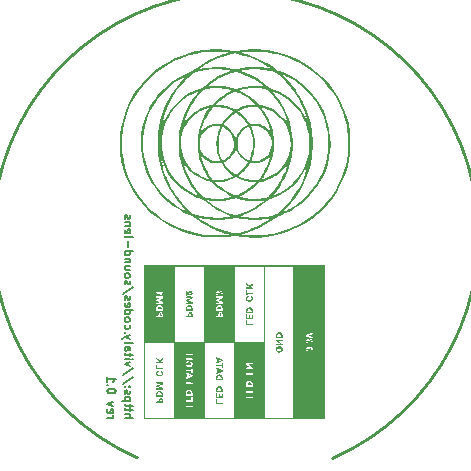
<source format=gbr>
%TF.GenerationSoftware,KiCad,Pcbnew,(5.99.0-9211-g6536d1de72)*%
%TF.CreationDate,2021-02-22T16:11:53-08:00*%
%TF.ProjectId,SoundLens,536f756e-644c-4656-9e73-2e6b69636164,rev?*%
%TF.SameCoordinates,Original*%
%TF.FileFunction,Legend,Bot*%
%TF.FilePolarity,Positive*%
%FSLAX46Y46*%
G04 Gerber Fmt 4.6, Leading zero omitted, Abs format (unit mm)*
G04 Created by KiCad (PCBNEW (5.99.0-9211-g6536d1de72)) date 2021-02-22 16:11:53*
%MOMM*%
%LPD*%
G01*
G04 APERTURE LIST*
%ADD10C,0.250000*%
%ADD11C,0.150000*%
G04 APERTURE END LIST*
D10*
X91678223Y-118715313D02*
G75*
G02*
X108220000Y-118760000I8321788J18819267D01*
G01*
D11*
X90603333Y-115326666D02*
X91303333Y-115326666D01*
X90603333Y-115026666D02*
X90970000Y-115026666D01*
X91036666Y-115060000D01*
X91070000Y-115126666D01*
X91070000Y-115226666D01*
X91036666Y-115293333D01*
X91003333Y-115326666D01*
X91070000Y-114793333D02*
X91070000Y-114526666D01*
X91303333Y-114693333D02*
X90703333Y-114693333D01*
X90636666Y-114660000D01*
X90603333Y-114593333D01*
X90603333Y-114526666D01*
X91070000Y-114393333D02*
X91070000Y-114126666D01*
X91303333Y-114293333D02*
X90703333Y-114293333D01*
X90636666Y-114260000D01*
X90603333Y-114193333D01*
X90603333Y-114126666D01*
X91070000Y-113893333D02*
X90370000Y-113893333D01*
X91036666Y-113893333D02*
X91070000Y-113826666D01*
X91070000Y-113693333D01*
X91036666Y-113626666D01*
X91003333Y-113593333D01*
X90936666Y-113560000D01*
X90736666Y-113560000D01*
X90670000Y-113593333D01*
X90636666Y-113626666D01*
X90603333Y-113693333D01*
X90603333Y-113826666D01*
X90636666Y-113893333D01*
X90636666Y-113293333D02*
X90603333Y-113226666D01*
X90603333Y-113093333D01*
X90636666Y-113026666D01*
X90703333Y-112993333D01*
X90736666Y-112993333D01*
X90803333Y-113026666D01*
X90836666Y-113093333D01*
X90836666Y-113193333D01*
X90870000Y-113260000D01*
X90936666Y-113293333D01*
X90970000Y-113293333D01*
X91036666Y-113260000D01*
X91070000Y-113193333D01*
X91070000Y-113093333D01*
X91036666Y-113026666D01*
X90670000Y-112693333D02*
X90636666Y-112660000D01*
X90603333Y-112693333D01*
X90636666Y-112726666D01*
X90670000Y-112693333D01*
X90603333Y-112693333D01*
X91036666Y-112693333D02*
X91003333Y-112660000D01*
X90970000Y-112693333D01*
X91003333Y-112726666D01*
X91036666Y-112693333D01*
X90970000Y-112693333D01*
X91336666Y-111860000D02*
X90436666Y-112460000D01*
X91336666Y-111126666D02*
X90436666Y-111726666D01*
X91070000Y-110960000D02*
X90603333Y-110793333D01*
X91070000Y-110626666D01*
X90603333Y-110360000D02*
X91070000Y-110360000D01*
X91303333Y-110360000D02*
X91270000Y-110393333D01*
X91236666Y-110360000D01*
X91270000Y-110326666D01*
X91303333Y-110360000D01*
X91236666Y-110360000D01*
X91070000Y-110126666D02*
X91070000Y-109860000D01*
X91303333Y-110026666D02*
X90703333Y-110026666D01*
X90636666Y-109993333D01*
X90603333Y-109926666D01*
X90603333Y-109860000D01*
X90603333Y-109326666D02*
X90970000Y-109326666D01*
X91036666Y-109360000D01*
X91070000Y-109426666D01*
X91070000Y-109560000D01*
X91036666Y-109626666D01*
X90636666Y-109326666D02*
X90603333Y-109393333D01*
X90603333Y-109560000D01*
X90636666Y-109626666D01*
X90703333Y-109660000D01*
X90770000Y-109660000D01*
X90836666Y-109626666D01*
X90870000Y-109560000D01*
X90870000Y-109393333D01*
X90903333Y-109326666D01*
X90603333Y-108893333D02*
X90636666Y-108960000D01*
X90703333Y-108993333D01*
X91303333Y-108993333D01*
X91070000Y-108693333D02*
X90603333Y-108526666D01*
X91070000Y-108360000D02*
X90603333Y-108526666D01*
X90436666Y-108593333D01*
X90403333Y-108626666D01*
X90370000Y-108693333D01*
X90670000Y-108093333D02*
X90636666Y-108060000D01*
X90603333Y-108093333D01*
X90636666Y-108126666D01*
X90670000Y-108093333D01*
X90603333Y-108093333D01*
X90636666Y-107460000D02*
X90603333Y-107526666D01*
X90603333Y-107660000D01*
X90636666Y-107726666D01*
X90670000Y-107760000D01*
X90736666Y-107793333D01*
X90936666Y-107793333D01*
X91003333Y-107760000D01*
X91036666Y-107726666D01*
X91070000Y-107660000D01*
X91070000Y-107526666D01*
X91036666Y-107460000D01*
X90603333Y-107060000D02*
X90636666Y-107126666D01*
X90670000Y-107160000D01*
X90736666Y-107193333D01*
X90936666Y-107193333D01*
X91003333Y-107160000D01*
X91036666Y-107126666D01*
X91070000Y-107060000D01*
X91070000Y-106960000D01*
X91036666Y-106893333D01*
X91003333Y-106860000D01*
X90936666Y-106826666D01*
X90736666Y-106826666D01*
X90670000Y-106860000D01*
X90636666Y-106893333D01*
X90603333Y-106960000D01*
X90603333Y-107060000D01*
X90603333Y-106226666D02*
X91303333Y-106226666D01*
X90636666Y-106226666D02*
X90603333Y-106293333D01*
X90603333Y-106426666D01*
X90636666Y-106493333D01*
X90670000Y-106526666D01*
X90736666Y-106560000D01*
X90936666Y-106560000D01*
X91003333Y-106526666D01*
X91036666Y-106493333D01*
X91070000Y-106426666D01*
X91070000Y-106293333D01*
X91036666Y-106226666D01*
X90636666Y-105626666D02*
X90603333Y-105693333D01*
X90603333Y-105826666D01*
X90636666Y-105893333D01*
X90703333Y-105926666D01*
X90970000Y-105926666D01*
X91036666Y-105893333D01*
X91070000Y-105826666D01*
X91070000Y-105693333D01*
X91036666Y-105626666D01*
X90970000Y-105593333D01*
X90903333Y-105593333D01*
X90836666Y-105926666D01*
X90636666Y-105326666D02*
X90603333Y-105260000D01*
X90603333Y-105126666D01*
X90636666Y-105060000D01*
X90703333Y-105026666D01*
X90736666Y-105026666D01*
X90803333Y-105060000D01*
X90836666Y-105126666D01*
X90836666Y-105226666D01*
X90870000Y-105293333D01*
X90936666Y-105326666D01*
X90970000Y-105326666D01*
X91036666Y-105293333D01*
X91070000Y-105226666D01*
X91070000Y-105126666D01*
X91036666Y-105060000D01*
X91336666Y-104226666D02*
X90436666Y-104826666D01*
X90636666Y-104026666D02*
X90603333Y-103960000D01*
X90603333Y-103826666D01*
X90636666Y-103760000D01*
X90703333Y-103726666D01*
X90736666Y-103726666D01*
X90803333Y-103760000D01*
X90836666Y-103826666D01*
X90836666Y-103926666D01*
X90870000Y-103993333D01*
X90936666Y-104026666D01*
X90970000Y-104026666D01*
X91036666Y-103993333D01*
X91070000Y-103926666D01*
X91070000Y-103826666D01*
X91036666Y-103760000D01*
X90603333Y-103326666D02*
X90636666Y-103393333D01*
X90670000Y-103426666D01*
X90736666Y-103460000D01*
X90936666Y-103460000D01*
X91003333Y-103426666D01*
X91036666Y-103393333D01*
X91070000Y-103326666D01*
X91070000Y-103226666D01*
X91036666Y-103160000D01*
X91003333Y-103126666D01*
X90936666Y-103093333D01*
X90736666Y-103093333D01*
X90670000Y-103126666D01*
X90636666Y-103160000D01*
X90603333Y-103226666D01*
X90603333Y-103326666D01*
X91070000Y-102493333D02*
X90603333Y-102493333D01*
X91070000Y-102793333D02*
X90703333Y-102793333D01*
X90636666Y-102760000D01*
X90603333Y-102693333D01*
X90603333Y-102593333D01*
X90636666Y-102526666D01*
X90670000Y-102493333D01*
X91070000Y-102160000D02*
X90603333Y-102160000D01*
X91003333Y-102160000D02*
X91036666Y-102126666D01*
X91070000Y-102060000D01*
X91070000Y-101960000D01*
X91036666Y-101893333D01*
X90970000Y-101860000D01*
X90603333Y-101860000D01*
X90603333Y-101226666D02*
X91303333Y-101226666D01*
X90636666Y-101226666D02*
X90603333Y-101293333D01*
X90603333Y-101426666D01*
X90636666Y-101493333D01*
X90670000Y-101526666D01*
X90736666Y-101560000D01*
X90936666Y-101560000D01*
X91003333Y-101526666D01*
X91036666Y-101493333D01*
X91070000Y-101426666D01*
X91070000Y-101293333D01*
X91036666Y-101226666D01*
X90870000Y-100893333D02*
X90870000Y-100360000D01*
X90603333Y-99926666D02*
X90636666Y-99993333D01*
X90703333Y-100026666D01*
X91303333Y-100026666D01*
X90636666Y-99393333D02*
X90603333Y-99460000D01*
X90603333Y-99593333D01*
X90636666Y-99660000D01*
X90703333Y-99693333D01*
X90970000Y-99693333D01*
X91036666Y-99660000D01*
X91070000Y-99593333D01*
X91070000Y-99460000D01*
X91036666Y-99393333D01*
X90970000Y-99360000D01*
X90903333Y-99360000D01*
X90836666Y-99693333D01*
X91070000Y-99060000D02*
X90603333Y-99060000D01*
X91003333Y-99060000D02*
X91036666Y-99026666D01*
X91070000Y-98960000D01*
X91070000Y-98860000D01*
X91036666Y-98793333D01*
X90970000Y-98760000D01*
X90603333Y-98760000D01*
X90636666Y-98460000D02*
X90603333Y-98393333D01*
X90603333Y-98260000D01*
X90636666Y-98193333D01*
X90703333Y-98160000D01*
X90736666Y-98160000D01*
X90803333Y-98193333D01*
X90836666Y-98260000D01*
X90836666Y-98360000D01*
X90870000Y-98426666D01*
X90936666Y-98460000D01*
X90970000Y-98460000D01*
X91036666Y-98426666D01*
X91070000Y-98360000D01*
X91070000Y-98260000D01*
X91036666Y-98193333D01*
X89153333Y-115326666D02*
X89620000Y-115326666D01*
X89486666Y-115326666D02*
X89553333Y-115293333D01*
X89586666Y-115260000D01*
X89620000Y-115193333D01*
X89620000Y-115126666D01*
X89186666Y-114626666D02*
X89153333Y-114693333D01*
X89153333Y-114826666D01*
X89186666Y-114893333D01*
X89253333Y-114926666D01*
X89520000Y-114926666D01*
X89586666Y-114893333D01*
X89620000Y-114826666D01*
X89620000Y-114693333D01*
X89586666Y-114626666D01*
X89520000Y-114593333D01*
X89453333Y-114593333D01*
X89386666Y-114926666D01*
X89620000Y-114360000D02*
X89153333Y-114193333D01*
X89620000Y-114026666D01*
X89853333Y-113093333D02*
X89853333Y-113026666D01*
X89820000Y-112960000D01*
X89786666Y-112926666D01*
X89720000Y-112893333D01*
X89586666Y-112860000D01*
X89420000Y-112860000D01*
X89286666Y-112893333D01*
X89220000Y-112926666D01*
X89186666Y-112960000D01*
X89153333Y-113026666D01*
X89153333Y-113093333D01*
X89186666Y-113160000D01*
X89220000Y-113193333D01*
X89286666Y-113226666D01*
X89420000Y-113260000D01*
X89586666Y-113260000D01*
X89720000Y-113226666D01*
X89786666Y-113193333D01*
X89820000Y-113160000D01*
X89853333Y-113093333D01*
X89220000Y-112560000D02*
X89186666Y-112526666D01*
X89153333Y-112560000D01*
X89186666Y-112593333D01*
X89220000Y-112560000D01*
X89153333Y-112560000D01*
X89153333Y-111860000D02*
X89153333Y-112260000D01*
X89153333Y-112060000D02*
X89853333Y-112060000D01*
X89753333Y-112126666D01*
X89686666Y-112193333D01*
X89653333Y-112260000D01*
%TO.C,G\u002A\u002A\u002A*%
G36*
X98422181Y-113760577D02*
G01*
X98446118Y-113806440D01*
X98458052Y-113897980D01*
X98466982Y-114036874D01*
X98699748Y-114036874D01*
X98759147Y-114037074D01*
X98852731Y-114039973D01*
X98904937Y-114048687D01*
X98927590Y-114066193D01*
X98932514Y-114095467D01*
X98932490Y-114098605D01*
X98927443Y-114124225D01*
X98906230Y-114140459D01*
X98858247Y-114149429D01*
X98772889Y-114153256D01*
X98639550Y-114154060D01*
X98346586Y-114154060D01*
X98346586Y-113945225D01*
X98348315Y-113837458D01*
X98355442Y-113776574D01*
X98370958Y-113751046D01*
X98397854Y-113749350D01*
X98422181Y-113760577D01*
G37*
G36*
X98786206Y-106516410D02*
G01*
X98809860Y-106588258D01*
X98812213Y-106641469D01*
X98796485Y-106675883D01*
X98748826Y-106683472D01*
X98700870Y-106679203D01*
X98659081Y-106663941D01*
X98644302Y-106644041D01*
X98642646Y-106609884D01*
X98658417Y-106542777D01*
X98660474Y-106535754D01*
X98695639Y-106485391D01*
X98742840Y-106480532D01*
X98786206Y-106516410D01*
G37*
G36*
X98889370Y-110668648D02*
G01*
X98912665Y-110680415D01*
X98925657Y-110715398D01*
X98931291Y-110785383D01*
X98932514Y-110902157D01*
X98932298Y-110963951D01*
X98929357Y-111057133D01*
X98920611Y-111109099D01*
X98903115Y-111131635D01*
X98873921Y-111136528D01*
X98858796Y-111135622D01*
X98824536Y-111112971D01*
X98815328Y-111048639D01*
X98815328Y-110960750D01*
X98580957Y-110960750D01*
X98519163Y-110960534D01*
X98425981Y-110957593D01*
X98374015Y-110948847D01*
X98351479Y-110931350D01*
X98346586Y-110902157D01*
X98347448Y-110886708D01*
X98359215Y-110863413D01*
X98394198Y-110850421D01*
X98464183Y-110844787D01*
X98580957Y-110843564D01*
X98815328Y-110843564D01*
X98815328Y-110755675D01*
X98815933Y-110732987D01*
X98831033Y-110681597D01*
X98873921Y-110667786D01*
X98889370Y-110668648D01*
G37*
G36*
X93553231Y-114066161D02*
G01*
X93426164Y-114065089D01*
X93345672Y-114060773D01*
X93301222Y-114051134D01*
X93282278Y-114034095D01*
X93278304Y-114007578D01*
X93281656Y-113981127D01*
X93310171Y-113955539D01*
X93380842Y-113948985D01*
X93384688Y-113948982D01*
X93451452Y-113943789D01*
X93478381Y-113917372D01*
X93481043Y-113883068D01*
X93571717Y-113883068D01*
X93573464Y-113909003D01*
X93596911Y-113941050D01*
X93661014Y-113948985D01*
X93718676Y-113944705D01*
X93742824Y-113919123D01*
X93741579Y-113854012D01*
X93730585Y-113807555D01*
X93692416Y-113755969D01*
X93642797Y-113743272D01*
X93597200Y-113777648D01*
X93582831Y-113812065D01*
X93571717Y-113883068D01*
X93481043Y-113883068D01*
X93483379Y-113852966D01*
X93483880Y-113832838D01*
X93510712Y-113722158D01*
X93574973Y-113651540D01*
X93671880Y-113626724D01*
X93677561Y-113626758D01*
X93755437Y-113639142D01*
X93806620Y-113680520D01*
X93837967Y-113760652D01*
X93856332Y-113889298D01*
X93872371Y-114066171D01*
X93575337Y-114066171D01*
X93553231Y-114066161D01*
G37*
G36*
X92223633Y-102376897D02*
G01*
X107604256Y-102376897D01*
X107604256Y-115472399D01*
X92223633Y-115472399D01*
X92223633Y-115325917D01*
X92370115Y-115325917D01*
X94772422Y-115325917D01*
X97438396Y-115325917D01*
X99840703Y-115325917D01*
X99840703Y-113685317D01*
X100895375Y-113685317D01*
X101188339Y-113685317D01*
X101204029Y-113685312D01*
X101332128Y-113684303D01*
X101413300Y-113680060D01*
X101458150Y-113670464D01*
X101477282Y-113653392D01*
X101481303Y-113626724D01*
X101480441Y-113611276D01*
X101468674Y-113587980D01*
X101433691Y-113574989D01*
X101363706Y-113569355D01*
X101246932Y-113568132D01*
X101012560Y-113568132D01*
X101012560Y-113421649D01*
X101012309Y-113387768D01*
X101006639Y-113315614D01*
X100989112Y-113282879D01*
X100953967Y-113275167D01*
X100949303Y-113275225D01*
X100920340Y-113282489D01*
X100904084Y-113310727D01*
X100896955Y-113372469D01*
X100895375Y-113480242D01*
X100895375Y-113685317D01*
X99840703Y-113685317D01*
X99840703Y-112996851D01*
X100895375Y-112996851D01*
X100895375Y-113216574D01*
X101483870Y-113216574D01*
X101475262Y-113004486D01*
X101470524Y-112917201D01*
X101460380Y-112838683D01*
X101443090Y-112797857D01*
X101415386Y-112782615D01*
X101399428Y-112781113D01*
X101377035Y-112795076D01*
X101366653Y-112842587D01*
X101364117Y-112936110D01*
X101363430Y-112995841D01*
X101356860Y-113062576D01*
X101339210Y-113092488D01*
X101305524Y-113099389D01*
X101290820Y-113098631D01*
X101262674Y-113083920D01*
X101249926Y-113039403D01*
X101246932Y-112950758D01*
X101246750Y-112921408D01*
X101241723Y-112846998D01*
X101226266Y-112814744D01*
X101195663Y-112811864D01*
X101171336Y-112823091D01*
X101147399Y-112868954D01*
X101135465Y-112960494D01*
X101135056Y-112966704D01*
X101125073Y-113049839D01*
X101105472Y-113089357D01*
X101069548Y-113099389D01*
X101050936Y-113097845D01*
X101026368Y-113080170D01*
X101015200Y-113031566D01*
X101012560Y-112938258D01*
X101011935Y-112881729D01*
X101005468Y-112814360D01*
X100987828Y-112784122D01*
X100953967Y-112777128D01*
X100943420Y-112777473D01*
X100917543Y-112786963D01*
X100903069Y-112818594D01*
X100896758Y-112884510D01*
X100895375Y-112996851D01*
X99840703Y-112996851D01*
X99840703Y-112540831D01*
X100895375Y-112540831D01*
X100895375Y-112689239D01*
X101489441Y-112689239D01*
X101472868Y-112506468D01*
X101446230Y-112364064D01*
X101391282Y-112264478D01*
X101303890Y-112208836D01*
X101179381Y-112192131D01*
X101081108Y-112202037D01*
X100993368Y-112244474D01*
X100929456Y-112328432D01*
X100918899Y-112355584D01*
X100902030Y-112440498D01*
X100895375Y-112540831D01*
X99840703Y-112540831D01*
X99840703Y-111956828D01*
X100817335Y-111956828D01*
X100817503Y-111992678D01*
X100819599Y-112065749D01*
X100823587Y-112092457D01*
X100828827Y-112066690D01*
X100833567Y-111956973D01*
X100828827Y-111846967D01*
X100826868Y-111831455D01*
X100821998Y-111824973D01*
X100818607Y-111868802D01*
X100817335Y-111956828D01*
X99840703Y-111956828D01*
X99840703Y-111473437D01*
X100895375Y-111473437D01*
X100895375Y-111693160D01*
X101483870Y-111693160D01*
X101475262Y-111481072D01*
X101470524Y-111393787D01*
X101460380Y-111315269D01*
X101443090Y-111274443D01*
X101415386Y-111259201D01*
X101399428Y-111257699D01*
X101377035Y-111271662D01*
X101366653Y-111319173D01*
X101364117Y-111412696D01*
X101363430Y-111472427D01*
X101356860Y-111539162D01*
X101339210Y-111569074D01*
X101305524Y-111575975D01*
X101290820Y-111575217D01*
X101262674Y-111560506D01*
X101249926Y-111515989D01*
X101246932Y-111427344D01*
X101246750Y-111397994D01*
X101241723Y-111323584D01*
X101226266Y-111291330D01*
X101195663Y-111288450D01*
X101188339Y-111291830D01*
X101171336Y-111299677D01*
X101147399Y-111345540D01*
X101135465Y-111437080D01*
X101135056Y-111443290D01*
X101125073Y-111526425D01*
X101105472Y-111565943D01*
X101069548Y-111575975D01*
X101050936Y-111574431D01*
X101026368Y-111556756D01*
X101015200Y-111508152D01*
X101012560Y-111414844D01*
X101011935Y-111358315D01*
X101005468Y-111290946D01*
X100987828Y-111260708D01*
X100953967Y-111253714D01*
X100943420Y-111254059D01*
X100917543Y-111263548D01*
X100903069Y-111295180D01*
X100896758Y-111361095D01*
X100895375Y-111473437D01*
X99840703Y-111473437D01*
X99840703Y-110665664D01*
X100895375Y-110665664D01*
X100895375Y-110738171D01*
X100897480Y-110759870D01*
X100920553Y-110805644D01*
X100977007Y-110856477D01*
X101076650Y-110922334D01*
X101257926Y-111033991D01*
X101076650Y-111042713D01*
X101001337Y-111047369D01*
X100933799Y-111057691D01*
X100902813Y-111076536D01*
X100895375Y-111108630D01*
X100895382Y-111110225D01*
X100900270Y-111135748D01*
X100921433Y-111152004D01*
X100969447Y-111161059D01*
X101054889Y-111164977D01*
X101188339Y-111165825D01*
X101200279Y-111165822D01*
X101329692Y-111164840D01*
X101411910Y-111160653D01*
X101457523Y-111151170D01*
X101477123Y-111134297D01*
X101481303Y-111107942D01*
X101471070Y-111076908D01*
X101411806Y-111014137D01*
X101298503Y-110933835D01*
X101115704Y-110817611D01*
X101291179Y-110808615D01*
X101361423Y-110804083D01*
X101428727Y-110793595D01*
X101459383Y-110774279D01*
X101466655Y-110741027D01*
X101462496Y-110714634D01*
X101442556Y-110696615D01*
X101396130Y-110685517D01*
X101312516Y-110678832D01*
X101181015Y-110674049D01*
X100895375Y-110665664D01*
X99840703Y-110665664D01*
X99840703Y-109027186D01*
X97438396Y-109027186D01*
X97438396Y-115325917D01*
X94772422Y-115325917D01*
X94772422Y-114447024D01*
X95797797Y-114447024D01*
X96090761Y-114447024D01*
X96106451Y-114447019D01*
X96234550Y-114446010D01*
X96315722Y-114441767D01*
X96360572Y-114432171D01*
X96379704Y-114415099D01*
X96383725Y-114388431D01*
X96382863Y-114372983D01*
X96371096Y-114349688D01*
X96336113Y-114336696D01*
X96266128Y-114331062D01*
X96149354Y-114329839D01*
X95914982Y-114329839D01*
X95914982Y-114183356D01*
X95914732Y-114149475D01*
X95909061Y-114077321D01*
X95891534Y-114044586D01*
X95856390Y-114036874D01*
X95851726Y-114036932D01*
X95822762Y-114044196D01*
X95806506Y-114072434D01*
X95799377Y-114134176D01*
X95797797Y-114241949D01*
X95797797Y-114447024D01*
X94772422Y-114447024D01*
X94772422Y-113758558D01*
X95797797Y-113758558D01*
X95797797Y-113978281D01*
X96386292Y-113978281D01*
X96377685Y-113766193D01*
X96372946Y-113678908D01*
X96362802Y-113600390D01*
X96345512Y-113559565D01*
X96317808Y-113544322D01*
X96301850Y-113542821D01*
X96279458Y-113556783D01*
X96269075Y-113604294D01*
X96266539Y-113697817D01*
X96265852Y-113757548D01*
X96259282Y-113824283D01*
X96241632Y-113854195D01*
X96207947Y-113861096D01*
X96193242Y-113860338D01*
X96165096Y-113845627D01*
X96152348Y-113801110D01*
X96149354Y-113712466D01*
X96149173Y-113683115D01*
X96144145Y-113608705D01*
X96128688Y-113576451D01*
X96098085Y-113573571D01*
X96073758Y-113584798D01*
X96049821Y-113630661D01*
X96037887Y-113722201D01*
X96037478Y-113728411D01*
X96027495Y-113811546D01*
X96007894Y-113851064D01*
X95971970Y-113861096D01*
X95953358Y-113859552D01*
X95928790Y-113841877D01*
X95917622Y-113793273D01*
X95914982Y-113699965D01*
X95914357Y-113643436D01*
X95907890Y-113576067D01*
X95890250Y-113545829D01*
X95856390Y-113538835D01*
X95845842Y-113539180D01*
X95819965Y-113548670D01*
X95805491Y-113580301D01*
X95799181Y-113646217D01*
X95797797Y-113758558D01*
X94772422Y-113758558D01*
X94772422Y-113302538D01*
X95797797Y-113302538D01*
X95797797Y-113450946D01*
X96391863Y-113450946D01*
X96375290Y-113268175D01*
X96348652Y-113125771D01*
X96293704Y-113026185D01*
X96206312Y-112970543D01*
X96090761Y-112955040D01*
X96081803Y-112953838D01*
X95983530Y-112963744D01*
X95895790Y-113006181D01*
X95831878Y-113090139D01*
X95821321Y-113117291D01*
X95804452Y-113202205D01*
X95797797Y-113302538D01*
X94772422Y-113302538D01*
X94772422Y-112718535D01*
X95719757Y-112718535D01*
X95719925Y-112754385D01*
X95722021Y-112827456D01*
X95726009Y-112854164D01*
X95731249Y-112828397D01*
X95735989Y-112718680D01*
X95731249Y-112608674D01*
X95729290Y-112593162D01*
X95724420Y-112586680D01*
X95721029Y-112630509D01*
X95719757Y-112718535D01*
X94772422Y-112718535D01*
X94772422Y-112178526D01*
X95797797Y-112178526D01*
X95797797Y-112454867D01*
X96090761Y-112454867D01*
X96106451Y-112454863D01*
X96234550Y-112453853D01*
X96315722Y-112449611D01*
X96360572Y-112440014D01*
X96379704Y-112422942D01*
X96383725Y-112396275D01*
X96382863Y-112380826D01*
X96371096Y-112357531D01*
X96336113Y-112344539D01*
X96266128Y-112338905D01*
X96149354Y-112337682D01*
X95914982Y-112337682D01*
X95914982Y-112193348D01*
X95911271Y-112108701D01*
X95895745Y-112058173D01*
X95863714Y-112038998D01*
X95861990Y-112030263D01*
X95901784Y-112004906D01*
X95981022Y-111967941D01*
X96090761Y-111923901D01*
X96180175Y-111889484D01*
X96277284Y-111848207D01*
X96334709Y-111815503D01*
X96362092Y-111785416D01*
X96369077Y-111751991D01*
X96368359Y-111739512D01*
X96354484Y-111706171D01*
X96325132Y-111682360D01*
X96315191Y-111674296D01*
X96240406Y-111637273D01*
X96120057Y-111588489D01*
X96066375Y-111567931D01*
X95958837Y-111528540D01*
X95876680Y-111500877D01*
X95834417Y-111489951D01*
X95803936Y-111505440D01*
X95797910Y-111548511D01*
X95816638Y-111596426D01*
X95856390Y-111626079D01*
X95879693Y-111635321D01*
X95907446Y-111674009D01*
X95914982Y-111753196D01*
X95913616Y-111793828D01*
X95897278Y-111855123D01*
X95856390Y-111883587D01*
X95833982Y-111893627D01*
X95814673Y-111917833D01*
X95803752Y-111965605D01*
X95798899Y-112048613D01*
X95797797Y-112178526D01*
X94772422Y-112178526D01*
X94772422Y-111312307D01*
X95797797Y-111312307D01*
X95798659Y-111327755D01*
X95810426Y-111351051D01*
X95845409Y-111364042D01*
X95915394Y-111369676D01*
X96032168Y-111370900D01*
X96266539Y-111370900D01*
X96266539Y-111458789D01*
X96267144Y-111481477D01*
X96282244Y-111532867D01*
X96325132Y-111546678D01*
X96340581Y-111545816D01*
X96363876Y-111534049D01*
X96376868Y-111499066D01*
X96382502Y-111429081D01*
X96383725Y-111312307D01*
X96383510Y-111250513D01*
X96380568Y-111157331D01*
X96371822Y-111105365D01*
X96354326Y-111082829D01*
X96325132Y-111077935D01*
X96310007Y-111078842D01*
X96275747Y-111101493D01*
X96266539Y-111165825D01*
X96266539Y-111253714D01*
X96032168Y-111253714D01*
X95970374Y-111253930D01*
X95877192Y-111256871D01*
X95825226Y-111265617D01*
X95802690Y-111283113D01*
X95797797Y-111312307D01*
X94772422Y-111312307D01*
X94772422Y-110737657D01*
X95795568Y-110737657D01*
X95814238Y-110854677D01*
X95869706Y-110947433D01*
X95959203Y-111004715D01*
X96076148Y-111024672D01*
X96195267Y-111000805D01*
X96298089Y-110933707D01*
X96315152Y-110915431D01*
X96375320Y-110809889D01*
X96382565Y-110701645D01*
X96338456Y-110602701D01*
X96244567Y-110525058D01*
X96212237Y-110509345D01*
X96184218Y-110511923D01*
X96178650Y-110561083D01*
X96189037Y-110610046D01*
X96224466Y-110649802D01*
X96255882Y-110683002D01*
X96261087Y-110762269D01*
X96259659Y-110774887D01*
X96234825Y-110845767D01*
X96175440Y-110883864D01*
X96168592Y-110886155D01*
X96090761Y-110894160D01*
X96061628Y-110897157D01*
X95968777Y-110864909D01*
X95907657Y-110795241D01*
X95889903Y-110742917D01*
X95902922Y-110701814D01*
X95956826Y-110652419D01*
X96012975Y-110593603D01*
X96022275Y-110537779D01*
X96007668Y-110510880D01*
X95978700Y-110506907D01*
X95919059Y-110533844D01*
X95918556Y-110534104D01*
X95853576Y-110578947D01*
X95815995Y-110625153D01*
X95795568Y-110737657D01*
X94772422Y-110737657D01*
X94772422Y-109903957D01*
X95797797Y-109903957D01*
X95797797Y-109978259D01*
X95797849Y-109985601D01*
X95805982Y-110029779D01*
X95839524Y-110048610D01*
X95914982Y-110052561D01*
X96032168Y-110052561D01*
X96032168Y-110286932D01*
X95914982Y-110286932D01*
X95847343Y-110290249D01*
X95807624Y-110307191D01*
X95797797Y-110345525D01*
X95797821Y-110348663D01*
X95802868Y-110374283D01*
X95824081Y-110390517D01*
X95872063Y-110399487D01*
X95957422Y-110403314D01*
X96090761Y-110404118D01*
X96106451Y-110404113D01*
X96234550Y-110403103D01*
X96315722Y-110398861D01*
X96360572Y-110389264D01*
X96379704Y-110372193D01*
X96383725Y-110345525D01*
X96377090Y-110311705D01*
X96343207Y-110291846D01*
X96266539Y-110286932D01*
X96149354Y-110286932D01*
X96149354Y-110052561D01*
X96268577Y-110052561D01*
X96281527Y-110052521D01*
X96350595Y-110047745D01*
X96377965Y-110028746D01*
X96378439Y-109986644D01*
X96377808Y-109982391D01*
X96369114Y-109953404D01*
X96346494Y-109934717D01*
X96298785Y-109923520D01*
X96214821Y-109916999D01*
X96083437Y-109912342D01*
X95797797Y-109903957D01*
X94772422Y-109903957D01*
X94772422Y-109027186D01*
X92370115Y-109027186D01*
X92370115Y-115325917D01*
X92223633Y-115325917D01*
X92223633Y-106742065D01*
X93278304Y-106742065D01*
X93278349Y-106746263D01*
X93283731Y-106771402D01*
X93305522Y-106787327D01*
X93354266Y-106796122D01*
X93440507Y-106799871D01*
X93574790Y-106800657D01*
X93871275Y-106800657D01*
X93858496Y-106623992D01*
X93847607Y-106531715D01*
X93814728Y-106428658D01*
X93758787Y-106371514D01*
X93675451Y-106353887D01*
X93662896Y-106354223D01*
X93567721Y-106384814D01*
X93505604Y-106459588D01*
X93483379Y-106570827D01*
X93483241Y-106597441D01*
X93476304Y-106656712D01*
X93447394Y-106679651D01*
X93380842Y-106683472D01*
X93334552Y-106685387D01*
X93289774Y-106701681D01*
X93278304Y-106742065D01*
X92223633Y-106742065D01*
X92223633Y-106124914D01*
X93278304Y-106124914D01*
X93278304Y-106273322D01*
X93872371Y-106273322D01*
X93855797Y-106090551D01*
X93829159Y-105948147D01*
X93774212Y-105848561D01*
X93686820Y-105792919D01*
X93562311Y-105776214D01*
X93464038Y-105786120D01*
X93432798Y-105801230D01*
X93376298Y-105828557D01*
X93312386Y-105912515D01*
X93301829Y-105939667D01*
X93284959Y-106024581D01*
X93278304Y-106124914D01*
X92223633Y-106124914D01*
X92223633Y-105380781D01*
X93277774Y-105380781D01*
X93325754Y-105425001D01*
X93432110Y-105468917D01*
X93526147Y-105501548D01*
X93594629Y-105533066D01*
X93606242Y-105554357D01*
X93561256Y-105566409D01*
X93459942Y-105570208D01*
X93371573Y-105571544D01*
X93310916Y-105579016D01*
X93284247Y-105597003D01*
X93278304Y-105629861D01*
X93278331Y-105633647D01*
X93282960Y-105659619D01*
X93303071Y-105675421D01*
X93349429Y-105682985D01*
X93432798Y-105684244D01*
X93563944Y-105681130D01*
X93849584Y-105672745D01*
X93849584Y-105585773D01*
X93849601Y-105576723D01*
X93847872Y-105541995D01*
X93836473Y-105515334D01*
X93806330Y-105491114D01*
X93748365Y-105463703D01*
X93653506Y-105427473D01*
X93512676Y-105376796D01*
X93511360Y-105376266D01*
X93516341Y-105359402D01*
X93568500Y-105331466D01*
X93659158Y-105297175D01*
X93683894Y-105288828D01*
X93774884Y-105255273D01*
X93824607Y-105226738D01*
X93845396Y-105193393D01*
X93849584Y-105145410D01*
X93849584Y-105057520D01*
X93707725Y-105053356D01*
X93278304Y-105040750D01*
X93278304Y-105115052D01*
X93281697Y-105155193D01*
X93301538Y-105178600D01*
X93351876Y-105188629D01*
X93446759Y-105191667D01*
X93615213Y-105193980D01*
X93446759Y-105252701D01*
X93357113Y-105288954D01*
X93288214Y-105335639D01*
X93277774Y-105380781D01*
X92223633Y-105380781D01*
X92223633Y-104749908D01*
X93278304Y-104749908D01*
X93281302Y-104775186D01*
X93302136Y-104796722D01*
X93354562Y-104806313D01*
X93452045Y-104808501D01*
X93530111Y-104809635D01*
X93593602Y-104817237D01*
X93623805Y-104836395D01*
X93635148Y-104872123D01*
X93637991Y-104887229D01*
X93666946Y-104939228D01*
X93707725Y-104939829D01*
X93745060Y-104886969D01*
X93770513Y-104835096D01*
X93803833Y-104794969D01*
X93815905Y-104784180D01*
X93834936Y-104733531D01*
X93834738Y-104730158D01*
X93819946Y-104711016D01*
X93774955Y-104699117D01*
X93690327Y-104693027D01*
X93556620Y-104691315D01*
X93432497Y-104692096D01*
X93348735Y-104696058D01*
X93302361Y-104705488D01*
X93282507Y-104722675D01*
X93278304Y-104749908D01*
X92223633Y-104749908D01*
X92223633Y-102523380D01*
X94918904Y-102523380D01*
X94918904Y-108880704D01*
X97291914Y-108880704D01*
X97291914Y-106742065D01*
X98346586Y-106742065D01*
X98346630Y-106746263D01*
X98352013Y-106771402D01*
X98373804Y-106787327D01*
X98422547Y-106796122D01*
X98508788Y-106799871D01*
X98643071Y-106800657D01*
X98939556Y-106800657D01*
X98926778Y-106623992D01*
X98915888Y-106531715D01*
X98883009Y-106428658D01*
X98827068Y-106371514D01*
X98743732Y-106353887D01*
X98731178Y-106354223D01*
X98636002Y-106384814D01*
X98573885Y-106459588D01*
X98551661Y-106570827D01*
X98551522Y-106597441D01*
X98544586Y-106656712D01*
X98515676Y-106679651D01*
X98449123Y-106683472D01*
X98402833Y-106685387D01*
X98358056Y-106701681D01*
X98346586Y-106742065D01*
X97291914Y-106742065D01*
X97291914Y-106124914D01*
X98346586Y-106124914D01*
X98346586Y-106273322D01*
X98940652Y-106273322D01*
X98924079Y-106090551D01*
X98897441Y-105948147D01*
X98842493Y-105848561D01*
X98755101Y-105792919D01*
X98630592Y-105776214D01*
X98532319Y-105786120D01*
X98501080Y-105801229D01*
X98444579Y-105828557D01*
X98380667Y-105912515D01*
X98370110Y-105939667D01*
X98353241Y-106024581D01*
X98346586Y-106124914D01*
X97291914Y-106124914D01*
X97291914Y-105380781D01*
X98346056Y-105380781D01*
X98394035Y-105425001D01*
X98500392Y-105468917D01*
X98594429Y-105501548D01*
X98662911Y-105533066D01*
X98674523Y-105554357D01*
X98629537Y-105566409D01*
X98528223Y-105570208D01*
X98439854Y-105571544D01*
X98379197Y-105579016D01*
X98352528Y-105597003D01*
X98346586Y-105629861D01*
X98346612Y-105633647D01*
X98351242Y-105659619D01*
X98371353Y-105675421D01*
X98417710Y-105682985D01*
X98501080Y-105684244D01*
X98632226Y-105681130D01*
X98917866Y-105672745D01*
X98917866Y-105585773D01*
X98917882Y-105576723D01*
X98916154Y-105541995D01*
X98904755Y-105515334D01*
X98874611Y-105491114D01*
X98816647Y-105463703D01*
X98721787Y-105427473D01*
X98580957Y-105376796D01*
X98579641Y-105376266D01*
X98584622Y-105359402D01*
X98636781Y-105331466D01*
X98727439Y-105297175D01*
X98752175Y-105288828D01*
X98843165Y-105255273D01*
X98892888Y-105226738D01*
X98913677Y-105193393D01*
X98917866Y-105145410D01*
X98917866Y-105057520D01*
X98482719Y-105044746D01*
X98346586Y-105040750D01*
X98346586Y-105115052D01*
X98349978Y-105155193D01*
X98369819Y-105178600D01*
X98420158Y-105188629D01*
X98515040Y-105191667D01*
X98683494Y-105193980D01*
X98515040Y-105252701D01*
X98425395Y-105288954D01*
X98356495Y-105335639D01*
X98346056Y-105380781D01*
X97291914Y-105380781D01*
X97291914Y-104780784D01*
X98345858Y-104780784D01*
X98363205Y-104872904D01*
X98411697Y-104938673D01*
X98482719Y-104977015D01*
X98533687Y-104975752D01*
X98551661Y-104929103D01*
X98540577Y-104893827D01*
X98490750Y-104857999D01*
X98448363Y-104833434D01*
X98439481Y-104774017D01*
X98457783Y-104728609D01*
X98505051Y-104696783D01*
X98558146Y-104702096D01*
X98595063Y-104748200D01*
X98596280Y-104751875D01*
X98632037Y-104800989D01*
X98675320Y-104799228D01*
X98707438Y-104746821D01*
X98725606Y-104711534D01*
X98762124Y-104697980D01*
X98765829Y-104699346D01*
X98803867Y-104740052D01*
X98807561Y-104798151D01*
X98774394Y-104843728D01*
X98765345Y-104849348D01*
X98731200Y-104893514D01*
X98737425Y-104935986D01*
X98782445Y-104954983D01*
X98784691Y-104954961D01*
X98852806Y-104929075D01*
X98896987Y-104866205D01*
X98913602Y-104783868D01*
X98899021Y-104699584D01*
X98849615Y-104630871D01*
X98815939Y-104610350D01*
X98748939Y-104595032D01*
X98692443Y-104606567D01*
X98667955Y-104643463D01*
X98660913Y-104652928D01*
X98637203Y-104625398D01*
X98612529Y-104599155D01*
X98542870Y-104576260D01*
X98462275Y-104585854D01*
X98395071Y-104627705D01*
X98360944Y-104686377D01*
X98345858Y-104780784D01*
X97291914Y-104780784D01*
X97291914Y-102523380D01*
X99987185Y-102523380D01*
X99987185Y-108880704D01*
X102389492Y-108880704D01*
X102389492Y-102523380D01*
X102535974Y-102523380D01*
X102535974Y-115325917D01*
X104908985Y-115325917D01*
X104908985Y-109526548D01*
X105963626Y-109526548D01*
X105986832Y-109612422D01*
X106037781Y-109676097D01*
X106112231Y-109701004D01*
X106120436Y-109700785D01*
X106162901Y-109682811D01*
X106156833Y-109641130D01*
X106102814Y-109583025D01*
X106086132Y-109568619D01*
X106055084Y-109523838D01*
X106068286Y-109477535D01*
X106113396Y-109425742D01*
X106160449Y-109423269D01*
X106202309Y-109478979D01*
X106203572Y-109481724D01*
X106243826Y-109542094D01*
X106279807Y-109547088D01*
X106306724Y-109495929D01*
X106325079Y-109460945D01*
X106369273Y-109437632D01*
X106412760Y-109449656D01*
X106432399Y-109496848D01*
X106424643Y-109533483D01*
X106388454Y-109573223D01*
X106367445Y-109587683D01*
X106346674Y-109633050D01*
X106351851Y-109679618D01*
X106383914Y-109701004D01*
X106444806Y-109677927D01*
X106494485Y-109614504D01*
X106522924Y-109529045D01*
X106524175Y-109439959D01*
X106492287Y-109365656D01*
X106437361Y-109330207D01*
X106360242Y-109322556D01*
X106296394Y-109350688D01*
X106270617Y-109363716D01*
X106228354Y-109336040D01*
X106178452Y-109299745D01*
X106101360Y-109299039D01*
X106099790Y-109300039D01*
X106022249Y-109349446D01*
X106017402Y-109354480D01*
X105972402Y-109435044D01*
X105963626Y-109526548D01*
X104908985Y-109526548D01*
X104908985Y-109173668D01*
X105963656Y-109173668D01*
X105973285Y-109211545D01*
X106022249Y-109232261D01*
X106060126Y-109222631D01*
X106080842Y-109173668D01*
X106071212Y-109135791D01*
X106022249Y-109115075D01*
X105984372Y-109124705D01*
X105963656Y-109173668D01*
X104908985Y-109173668D01*
X104908985Y-108852987D01*
X105962929Y-108852987D01*
X105980275Y-108945107D01*
X106028767Y-109010876D01*
X106099790Y-109049218D01*
X106150757Y-109047955D01*
X106168731Y-109001306D01*
X106157647Y-108966030D01*
X106107820Y-108930202D01*
X106065434Y-108905637D01*
X106056552Y-108846220D01*
X106074853Y-108800812D01*
X106122121Y-108768986D01*
X106175217Y-108774299D01*
X106212133Y-108820403D01*
X106213350Y-108824078D01*
X106249107Y-108873192D01*
X106292390Y-108871431D01*
X106324509Y-108819024D01*
X106342676Y-108783737D01*
X106379194Y-108770183D01*
X106382899Y-108771549D01*
X106420937Y-108812255D01*
X106424632Y-108870354D01*
X106391464Y-108915931D01*
X106382416Y-108921551D01*
X106348271Y-108965717D01*
X106354496Y-109008189D01*
X106399515Y-109027186D01*
X106403886Y-109027105D01*
X106472187Y-109000237D01*
X106515491Y-108936933D01*
X106530504Y-108854320D01*
X106529722Y-108850319D01*
X106513932Y-108769524D01*
X106462484Y-108699673D01*
X106425312Y-108672217D01*
X106381610Y-108661661D01*
X106328479Y-108688489D01*
X106298891Y-108706801D01*
X106264241Y-108716100D01*
X106245603Y-108689175D01*
X106213320Y-108658694D01*
X106147144Y-108647639D01*
X106072330Y-108661733D01*
X106012141Y-108699908D01*
X105978015Y-108758580D01*
X105962929Y-108852987D01*
X104908985Y-108852987D01*
X104908985Y-108363370D01*
X105968954Y-108363370D01*
X105969308Y-108398236D01*
X105986003Y-108425724D01*
X106028932Y-108452061D01*
X106107987Y-108483470D01*
X106233061Y-108526178D01*
X106306940Y-108550499D01*
X106414562Y-108584754D01*
X106493246Y-108608288D01*
X106529722Y-108617036D01*
X106542609Y-108602740D01*
X106544298Y-108552199D01*
X106542605Y-108543230D01*
X106519395Y-108503662D01*
X106463015Y-108470078D01*
X106361167Y-108434582D01*
X106279571Y-108408909D01*
X106208005Y-108384346D01*
X106176193Y-108370596D01*
X106175912Y-108370145D01*
X106198950Y-108355208D01*
X106263798Y-108328470D01*
X106357286Y-108295398D01*
X106393665Y-108282983D01*
X106486913Y-108245249D01*
X106535573Y-108211392D01*
X106549584Y-108175201D01*
X106549129Y-108161686D01*
X106540032Y-108134143D01*
X106512266Y-108123653D01*
X106456734Y-108130970D01*
X106364343Y-108156848D01*
X106225999Y-108202041D01*
X106163860Y-108223208D01*
X106066143Y-108260064D01*
X106008520Y-108290638D01*
X105979932Y-108321747D01*
X105969321Y-108360203D01*
X105968954Y-108363370D01*
X104908985Y-108363370D01*
X104908985Y-102523380D01*
X102535974Y-102523380D01*
X102389492Y-102523380D01*
X99987185Y-102523380D01*
X97291914Y-102523380D01*
X94918904Y-102523380D01*
X92223633Y-102523380D01*
X92223633Y-102376897D01*
G37*
G36*
X100976518Y-106588739D02*
G01*
X100996448Y-106639113D01*
X101006767Y-106735015D01*
X101008473Y-106761777D01*
X101018504Y-106841251D01*
X101037478Y-106878984D01*
X101071079Y-106888547D01*
X101071485Y-106888546D01*
X101106464Y-106877638D01*
X101125646Y-106835966D01*
X101135465Y-106749652D01*
X101142096Y-106684443D01*
X101161236Y-106623948D01*
X101195663Y-106601022D01*
X101205799Y-106599622D01*
X101231795Y-106609260D01*
X101243934Y-106651765D01*
X101246932Y-106739917D01*
X101247230Y-106777217D01*
X101253030Y-106848614D01*
X101270579Y-106880951D01*
X101305524Y-106888547D01*
X101326959Y-106886631D01*
X101350907Y-106868322D01*
X101361641Y-106819139D01*
X101364117Y-106725268D01*
X101364602Y-106674538D01*
X101370328Y-106604316D01*
X101385868Y-106574216D01*
X101415386Y-106571773D01*
X101436633Y-106580774D01*
X101456467Y-106613340D01*
X101468254Y-106680260D01*
X101475262Y-106793644D01*
X101483870Y-107005732D01*
X100895375Y-107005732D01*
X100895375Y-106783861D01*
X100895410Y-106759930D01*
X100897564Y-106656117D01*
X100905011Y-106597637D01*
X100920466Y-106573255D01*
X100946643Y-106571736D01*
X100976518Y-106588739D01*
G37*
G36*
X93667442Y-112313757D02*
G01*
X93770742Y-112321927D01*
X93831571Y-112341499D01*
X93858342Y-112375394D01*
X93859472Y-112426537D01*
X93854636Y-112446247D01*
X93826737Y-112483939D01*
X93765550Y-112518896D01*
X93659158Y-112558999D01*
X93586486Y-112584732D01*
X93523597Y-112612084D01*
X93506075Y-112631236D01*
X93527324Y-112646570D01*
X93548642Y-112654804D01*
X93625855Y-112684506D01*
X93717751Y-112719753D01*
X93736772Y-112727166D01*
X93809077Y-112762058D01*
X93841866Y-112799507D01*
X93849584Y-112854252D01*
X93849584Y-112938258D01*
X93563944Y-112946643D01*
X93552194Y-112946986D01*
X93424938Y-112949798D01*
X93344666Y-112948055D01*
X93300635Y-112939878D01*
X93282096Y-112923391D01*
X93278304Y-112896713D01*
X93284038Y-112866512D01*
X93310488Y-112847114D01*
X93370286Y-112836280D01*
X93476055Y-112829735D01*
X93673806Y-112821073D01*
X93476055Y-112752767D01*
X93371927Y-112712647D01*
X93300871Y-112672174D01*
X93278304Y-112635320D01*
X93293528Y-112605183D01*
X93357832Y-112562824D01*
X93476055Y-112513198D01*
X93673806Y-112440219D01*
X93476055Y-112431557D01*
X93391602Y-112426676D01*
X93320545Y-112416625D01*
X93286836Y-112399119D01*
X93278304Y-112370393D01*
X93279478Y-112357305D01*
X93294021Y-112336424D01*
X93334039Y-112323820D01*
X93410569Y-112317051D01*
X93534648Y-112313676D01*
X93667442Y-112313757D01*
G37*
G36*
X103737128Y-109408039D02*
G01*
X103733810Y-109475679D01*
X103716868Y-109515398D01*
X103678535Y-109525225D01*
X103639420Y-109514781D01*
X103619942Y-109464191D01*
X103619910Y-109461338D01*
X103603650Y-109419617D01*
X103566408Y-109424048D01*
X103521082Y-109473425D01*
X103507129Y-109511915D01*
X103523970Y-109592427D01*
X103539477Y-109619249D01*
X103606456Y-109672642D01*
X103691350Y-109689153D01*
X103776676Y-109671260D01*
X103844952Y-109621440D01*
X103878696Y-109542170D01*
X103876837Y-109482660D01*
X103842075Y-109431069D01*
X103819573Y-109410519D01*
X103798442Y-109360610D01*
X103799771Y-109312436D01*
X103826349Y-109290854D01*
X103878062Y-109314152D01*
X103935480Y-109372125D01*
X103981775Y-109444426D01*
X104000796Y-109510700D01*
X103996974Y-109558717D01*
X103955504Y-109667306D01*
X103878669Y-109748949D01*
X103779275Y-109798816D01*
X103670129Y-109812075D01*
X103564041Y-109783897D01*
X103473817Y-109709452D01*
X103447037Y-109665597D01*
X103419420Y-109572205D01*
X103419776Y-109480362D01*
X103450023Y-109413899D01*
X103470405Y-109387390D01*
X103450023Y-109378743D01*
X103433771Y-109373733D01*
X103414867Y-109334798D01*
X103428798Y-109308642D01*
X103478826Y-109294799D01*
X103575997Y-109290854D01*
X103737128Y-109290854D01*
X103737128Y-109408039D01*
G37*
G36*
X98346586Y-113012878D02*
G01*
X98347343Y-112973946D01*
X98352794Y-112939289D01*
X98463771Y-112939289D01*
X98463771Y-113040796D01*
X98639550Y-113040796D01*
X98662239Y-113040782D01*
X98749926Y-113038708D01*
X98795465Y-113028492D01*
X98812664Y-113003587D01*
X98815328Y-112957447D01*
X98814693Y-112941246D01*
X98783231Y-112852486D01*
X98714405Y-112795873D01*
X98622159Y-112778498D01*
X98520438Y-112807455D01*
X98479158Y-112850916D01*
X98463771Y-112939289D01*
X98352794Y-112939289D01*
X98369873Y-112830715D01*
X98426217Y-112733239D01*
X98519774Y-112677616D01*
X98653943Y-112659942D01*
X98740716Y-112671003D01*
X98833302Y-112724844D01*
X98893774Y-112825489D01*
X98924079Y-112975211D01*
X98940652Y-113157982D01*
X98346586Y-113157982D01*
X98346586Y-113012878D01*
G37*
G36*
X103414867Y-108442636D02*
G01*
X103415624Y-108403704D01*
X103421076Y-108369047D01*
X103532053Y-108369047D01*
X103532053Y-108470554D01*
X103707831Y-108470554D01*
X103730520Y-108470540D01*
X103818207Y-108468466D01*
X103863747Y-108458250D01*
X103880945Y-108433345D01*
X103883610Y-108387205D01*
X103882974Y-108371004D01*
X103851513Y-108282244D01*
X103782686Y-108225631D01*
X103690440Y-108208256D01*
X103588720Y-108237213D01*
X103547440Y-108280674D01*
X103532053Y-108369047D01*
X103421076Y-108369047D01*
X103438155Y-108260472D01*
X103494499Y-108162997D01*
X103588056Y-108107374D01*
X103722224Y-108089700D01*
X103808997Y-108100761D01*
X103901584Y-108154602D01*
X103962056Y-108255247D01*
X103992360Y-108404969D01*
X104008933Y-108587739D01*
X103414867Y-108587739D01*
X103414867Y-108442636D01*
G37*
G36*
X98280077Y-112316363D02*
G01*
X98280472Y-112320278D01*
X98284759Y-112424558D01*
X98279840Y-112521438D01*
X98278490Y-112530945D01*
X98273234Y-112538752D01*
X98269600Y-112496445D01*
X98268310Y-112410923D01*
X98268432Y-112385893D01*
X98270524Y-112313741D01*
X98274645Y-112288641D01*
X98280077Y-112316363D01*
G37*
G36*
X100828866Y-105636778D02*
G01*
X100829261Y-105640693D01*
X100833548Y-105744973D01*
X100828629Y-105841853D01*
X100827279Y-105851360D01*
X100822023Y-105859167D01*
X100818389Y-105816860D01*
X100817099Y-105731338D01*
X100817221Y-105706308D01*
X100819312Y-105634156D01*
X100823433Y-105609056D01*
X100828866Y-105636778D01*
G37*
G36*
X98346586Y-112016800D02*
G01*
X98347343Y-111977868D01*
X98352794Y-111943211D01*
X98463771Y-111943211D01*
X98463771Y-112044717D01*
X98639550Y-112044717D01*
X98662239Y-112044704D01*
X98749926Y-112042630D01*
X98795465Y-112032414D01*
X98812664Y-112007509D01*
X98815328Y-111961369D01*
X98814693Y-111945168D01*
X98783231Y-111856408D01*
X98714405Y-111799794D01*
X98622159Y-111782420D01*
X98520438Y-111811377D01*
X98479158Y-111854838D01*
X98463771Y-111943211D01*
X98352794Y-111943211D01*
X98369873Y-111834636D01*
X98426217Y-111737160D01*
X98519774Y-111681538D01*
X98653943Y-111663864D01*
X98740716Y-111674925D01*
X98833302Y-111728766D01*
X98893774Y-111829411D01*
X98924079Y-111979132D01*
X98940652Y-112161903D01*
X98346586Y-112161903D01*
X98346586Y-112016800D01*
G37*
G36*
X93278304Y-113393731D02*
G01*
X93279061Y-113354800D01*
X93284513Y-113320143D01*
X93395490Y-113320143D01*
X93395490Y-113421649D01*
X93571268Y-113421649D01*
X93593958Y-113421636D01*
X93681645Y-113419562D01*
X93727184Y-113409346D01*
X93744382Y-113384441D01*
X93747047Y-113338301D01*
X93746412Y-113322100D01*
X93714950Y-113233340D01*
X93646123Y-113176726D01*
X93553878Y-113159352D01*
X93452157Y-113188309D01*
X93410877Y-113231770D01*
X93395490Y-113320143D01*
X93284513Y-113320143D01*
X93301592Y-113211568D01*
X93357936Y-113114092D01*
X93451493Y-113058469D01*
X93585661Y-113040796D01*
X93672434Y-113051857D01*
X93765021Y-113105698D01*
X93825493Y-113206343D01*
X93855797Y-113356064D01*
X93872371Y-113538835D01*
X93278304Y-113538835D01*
X93278304Y-113393731D01*
G37*
G36*
X93340180Y-110814298D02*
G01*
X93375380Y-110824415D01*
X93391580Y-110862955D01*
X93395490Y-110944869D01*
X93395490Y-111075471D01*
X93622537Y-111084027D01*
X93665133Y-111085745D01*
X93763675Y-111092143D01*
X93819333Y-111102835D01*
X93844004Y-111121340D01*
X93849584Y-111151177D01*
X93845426Y-111177569D01*
X93825485Y-111195588D01*
X93779059Y-111206686D01*
X93695446Y-111213372D01*
X93563944Y-111218154D01*
X93278304Y-111226539D01*
X93278304Y-111020403D01*
X93278324Y-111002360D01*
X93280434Y-110901320D01*
X93288531Y-110844625D01*
X93306168Y-110819774D01*
X93336897Y-110814268D01*
X93340180Y-110814298D01*
G37*
G36*
X96070808Y-111700082D02*
G01*
X96140122Y-111725683D01*
X96189219Y-111746925D01*
X96199759Y-111763578D01*
X96164002Y-111782217D01*
X96124949Y-111795994D01*
X96068789Y-111808287D01*
X96047351Y-111798328D01*
X96032168Y-111751753D01*
X96032405Y-111728929D01*
X96040167Y-111699893D01*
X96070808Y-111700082D01*
G37*
G36*
X93211795Y-111964806D02*
G01*
X93212191Y-111968721D01*
X93216478Y-112073001D01*
X93211559Y-112169881D01*
X93210209Y-112179388D01*
X93204952Y-112187195D01*
X93201319Y-112144888D01*
X93200028Y-112059366D01*
X93200150Y-112034336D01*
X93202242Y-111962184D01*
X93206363Y-111937084D01*
X93211795Y-111964806D01*
G37*
G36*
X93717924Y-106516410D02*
G01*
X93741579Y-106588258D01*
X93743931Y-106641469D01*
X93728203Y-106675883D01*
X93680545Y-106683472D01*
X93632589Y-106679203D01*
X93590799Y-106663941D01*
X93576020Y-106644041D01*
X93574364Y-106609884D01*
X93590135Y-106542777D01*
X93592193Y-106535754D01*
X93627357Y-106485391D01*
X93674559Y-106480532D01*
X93717924Y-106516410D01*
G37*
G36*
X98427729Y-113268324D02*
G01*
X98447659Y-113318697D01*
X98457978Y-113414600D01*
X98459685Y-113441362D01*
X98469715Y-113520835D01*
X98488689Y-113558569D01*
X98522290Y-113568132D01*
X98522696Y-113568131D01*
X98557675Y-113557223D01*
X98576857Y-113515551D01*
X98586676Y-113429237D01*
X98593307Y-113364027D01*
X98612447Y-113303533D01*
X98646874Y-113280607D01*
X98657010Y-113279207D01*
X98683006Y-113288845D01*
X98695145Y-113331350D01*
X98698143Y-113419501D01*
X98698441Y-113456802D01*
X98704241Y-113528199D01*
X98721790Y-113560535D01*
X98756736Y-113568132D01*
X98778170Y-113566216D01*
X98802118Y-113547907D01*
X98812852Y-113498724D01*
X98815328Y-113404853D01*
X98815813Y-113354123D01*
X98821539Y-113283901D01*
X98837079Y-113253801D01*
X98866597Y-113251358D01*
X98887844Y-113260359D01*
X98907678Y-113292925D01*
X98919465Y-113359845D01*
X98926473Y-113473229D01*
X98935081Y-113685317D01*
X98346586Y-113685317D01*
X98346586Y-113463446D01*
X98346621Y-113439514D01*
X98348775Y-113335702D01*
X98356222Y-113277222D01*
X98371677Y-113252840D01*
X98397854Y-113251321D01*
X98427729Y-113268324D01*
G37*
G36*
X96229571Y-105056377D02*
G01*
X96313042Y-105064333D01*
X96359433Y-105081450D01*
X96377994Y-105110499D01*
X96377977Y-105154251D01*
X96370261Y-105186648D01*
X96342173Y-105222341D01*
X96282496Y-105255035D01*
X96178650Y-105293520D01*
X96106005Y-105319230D01*
X96043101Y-105346574D01*
X96025570Y-105365723D01*
X96046816Y-105381057D01*
X96068135Y-105389291D01*
X96145348Y-105418993D01*
X96237243Y-105454240D01*
X96256265Y-105461653D01*
X96328570Y-105496545D01*
X96361358Y-105533993D01*
X96369077Y-105588738D01*
X96369077Y-105672745D01*
X96083437Y-105681130D01*
X96071686Y-105681473D01*
X95944430Y-105684284D01*
X95864159Y-105682541D01*
X95820127Y-105674365D01*
X95801588Y-105657878D01*
X95797797Y-105631200D01*
X95803531Y-105600999D01*
X95829980Y-105581600D01*
X95889778Y-105570766D01*
X95995548Y-105564222D01*
X96193298Y-105555559D01*
X95995548Y-105487254D01*
X95891419Y-105447134D01*
X95820363Y-105406660D01*
X95797797Y-105369806D01*
X95813020Y-105339670D01*
X95877324Y-105297310D01*
X95995548Y-105247685D01*
X96193298Y-105174706D01*
X95993665Y-105166000D01*
X95904197Y-105160832D01*
X95836434Y-105151112D01*
X95806717Y-105134476D01*
X95803641Y-105107408D01*
X95803660Y-105107311D01*
X95817596Y-105081852D01*
X95855051Y-105066349D01*
X95927701Y-105058302D01*
X96047219Y-105055208D01*
X96099767Y-105054814D01*
X96229571Y-105056377D01*
G37*
G36*
X98536622Y-110659561D02*
G01*
X98447826Y-110692850D01*
X98397854Y-110712036D01*
X98394546Y-110713330D01*
X98356732Y-110714118D01*
X98346586Y-110668177D01*
X98355671Y-110627741D01*
X98405178Y-110588385D01*
X98431558Y-110577224D01*
X98456960Y-110537265D01*
X98463771Y-110456551D01*
X98463489Y-110449586D01*
X98580957Y-110449586D01*
X98581209Y-110465626D01*
X98591338Y-110509904D01*
X98625138Y-110513779D01*
X98694697Y-110480538D01*
X98764492Y-110441850D01*
X98672724Y-110409860D01*
X98610625Y-110391739D01*
X98585539Y-110402468D01*
X98580957Y-110449586D01*
X98463489Y-110449586D01*
X98461628Y-110403534D01*
X98444873Y-110348641D01*
X98405178Y-110324717D01*
X98368929Y-110304240D01*
X98346586Y-110240307D01*
X98346586Y-110171220D01*
X98582722Y-110258286D01*
X98644287Y-110281130D01*
X98771362Y-110330313D01*
X98854979Y-110367737D01*
X98903882Y-110398440D01*
X98926813Y-110427459D01*
X98932514Y-110459830D01*
X98927151Y-110480014D01*
X98891512Y-110514027D01*
X98815445Y-110553240D01*
X98690819Y-110602454D01*
X98648052Y-110618223D01*
X98625138Y-110626724D01*
X98536622Y-110659561D01*
G37*
G36*
X95854375Y-104576256D02*
G01*
X95878429Y-104609832D01*
X95885686Y-104691315D01*
X95891072Y-104769621D01*
X95911001Y-104802419D01*
X95948466Y-104780838D01*
X96006419Y-104705217D01*
X96018956Y-104687630D01*
X96099610Y-104609938D01*
X96185236Y-104577218D01*
X96263750Y-104594663D01*
X96298145Y-104621557D01*
X96347695Y-104699057D01*
X96359975Y-104786740D01*
X96337728Y-104868971D01*
X96283696Y-104930115D01*
X96200622Y-104954534D01*
X96178925Y-104951714D01*
X96151500Y-104924042D01*
X96162361Y-104883748D01*
X96209654Y-104851903D01*
X96245960Y-104828600D01*
X96263047Y-104777446D01*
X96242503Y-104725855D01*
X96187598Y-104696814D01*
X96160711Y-104696971D01*
X96107548Y-104726440D01*
X96047321Y-104802483D01*
X96033410Y-104822292D01*
X95959624Y-104902854D01*
X95879381Y-104961565D01*
X95811066Y-104984279D01*
X95810540Y-104984119D01*
X95804100Y-104953537D01*
X95799532Y-104880291D01*
X95797797Y-104779204D01*
X95798437Y-104715002D01*
X95804201Y-104629555D01*
X95817865Y-104586190D01*
X95841741Y-104574129D01*
X95854375Y-104576256D01*
G37*
G36*
X101252334Y-112327190D02*
G01*
X101324415Y-112384871D01*
X101358649Y-112477754D01*
X101367830Y-112572053D01*
X101009023Y-112572053D01*
X101018116Y-112462725D01*
X101025146Y-112410580D01*
X101051832Y-112356083D01*
X101109768Y-112324534D01*
X101156938Y-112313659D01*
X101252334Y-112327190D01*
G37*
G36*
X98615164Y-111525426D02*
G01*
X98507626Y-111564817D01*
X98425469Y-111592479D01*
X98383206Y-111603406D01*
X98355394Y-111591979D01*
X98347130Y-111551992D01*
X98365017Y-111504834D01*
X98405178Y-111473437D01*
X98427330Y-111463477D01*
X98455915Y-111422620D01*
X98463771Y-111341603D01*
X98580957Y-111341603D01*
X98590514Y-111382002D01*
X98632012Y-111395863D01*
X98712791Y-111372067D01*
X98746042Y-111355795D01*
X98742696Y-111339576D01*
X98688911Y-111315533D01*
X98627157Y-111292644D01*
X98593698Y-111283010D01*
X98586317Y-111293918D01*
X98580957Y-111341603D01*
X98463771Y-111341603D01*
X98462256Y-111298311D01*
X98445809Y-111237849D01*
X98405178Y-111209769D01*
X98374376Y-111187801D01*
X98349409Y-111142123D01*
X98345314Y-111097826D01*
X98368558Y-111078149D01*
X98382982Y-111081523D01*
X98443751Y-111101353D01*
X98538535Y-111134977D01*
X98654198Y-111177810D01*
X98716185Y-111201526D01*
X98819137Y-111244400D01*
X98880527Y-111278134D01*
X98910166Y-111308864D01*
X98917866Y-111342726D01*
X98917336Y-111353038D01*
X98903819Y-111386443D01*
X98864553Y-111418550D01*
X98789556Y-111455858D01*
X98668846Y-111504868D01*
X98632012Y-111518974D01*
X98615164Y-111525426D01*
G37*
G36*
X100895375Y-106333293D02*
G01*
X100896131Y-106294361D01*
X100901583Y-106259704D01*
X101012560Y-106259704D01*
X101012560Y-106361211D01*
X101188339Y-106361211D01*
X101211028Y-106361197D01*
X101298715Y-106359123D01*
X101344254Y-106348907D01*
X101361453Y-106324003D01*
X101364117Y-106277862D01*
X101363482Y-106261661D01*
X101332020Y-106172902D01*
X101263194Y-106116288D01*
X101170948Y-106098913D01*
X101069227Y-106127870D01*
X101027947Y-106171331D01*
X101012560Y-106259704D01*
X100901583Y-106259704D01*
X100918662Y-106151130D01*
X100975006Y-106053654D01*
X101068563Y-105998031D01*
X101202732Y-105980358D01*
X101289505Y-105991419D01*
X101382091Y-106045259D01*
X101442563Y-106145904D01*
X101472868Y-106295626D01*
X101489441Y-106478397D01*
X100895375Y-106478397D01*
X100895375Y-106333293D01*
G37*
G36*
X100937947Y-103923665D02*
G01*
X100987917Y-103953110D01*
X101074162Y-104013916D01*
X101238302Y-104131728D01*
X101336253Y-104030668D01*
X101399643Y-103969083D01*
X101449124Y-103935739D01*
X101474287Y-103946603D01*
X101481303Y-104000387D01*
X101480442Y-104012837D01*
X101445640Y-104084888D01*
X101357667Y-104168842D01*
X101234030Y-104266517D01*
X101350343Y-104281165D01*
X101405406Y-104290520D01*
X101453708Y-104313529D01*
X101466655Y-104354406D01*
X101462496Y-104380799D01*
X101442556Y-104398818D01*
X101396130Y-104409915D01*
X101312516Y-104416601D01*
X101181015Y-104421384D01*
X100895375Y-104429769D01*
X100895375Y-104355467D01*
X100899890Y-104312277D01*
X100927642Y-104286808D01*
X100996183Y-104281165D01*
X101052456Y-104276871D01*
X101110022Y-104253013D01*
X101117404Y-104213897D01*
X101070420Y-104166010D01*
X101002479Y-104119136D01*
X100933947Y-104061495D01*
X100902738Y-104013026D01*
X100899847Y-103963011D01*
X100902734Y-103945979D01*
X100913227Y-103922361D01*
X100937947Y-103923665D01*
G37*
G36*
X96072724Y-106800648D02*
G01*
X95945656Y-106799576D01*
X95865165Y-106795260D01*
X95820715Y-106785621D01*
X95801770Y-106768582D01*
X95797797Y-106742065D01*
X95801148Y-106715613D01*
X95829663Y-106690026D01*
X95900334Y-106683472D01*
X95904181Y-106683468D01*
X95970944Y-106678276D01*
X95997874Y-106651859D01*
X96000536Y-106617555D01*
X96091210Y-106617555D01*
X96092956Y-106643489D01*
X96116403Y-106675536D01*
X96180506Y-106683472D01*
X96238169Y-106679191D01*
X96262316Y-106653610D01*
X96261072Y-106588498D01*
X96250078Y-106542042D01*
X96211908Y-106490455D01*
X96162289Y-106477759D01*
X96116692Y-106512135D01*
X96102323Y-106546552D01*
X96091210Y-106617555D01*
X96000536Y-106617555D01*
X96002872Y-106587453D01*
X96003373Y-106567324D01*
X96030204Y-106456644D01*
X96094465Y-106386026D01*
X96191372Y-106361211D01*
X96197053Y-106361245D01*
X96274929Y-106373628D01*
X96326113Y-106415007D01*
X96357460Y-106495139D01*
X96375825Y-106623784D01*
X96391863Y-106800657D01*
X96094830Y-106800657D01*
X96072724Y-106800648D01*
G37*
G36*
X98703545Y-105911273D02*
G01*
X98775626Y-105968954D01*
X98809860Y-106061837D01*
X98819041Y-106156136D01*
X98460234Y-106156136D01*
X98469327Y-106046808D01*
X98476357Y-105994663D01*
X98503043Y-105940166D01*
X98560979Y-105908617D01*
X98608149Y-105897742D01*
X98703545Y-105911273D01*
G37*
G36*
X100957251Y-104486270D02*
G01*
X100992450Y-104496387D01*
X101008651Y-104534927D01*
X101012560Y-104616842D01*
X101012560Y-104747443D01*
X101239607Y-104756000D01*
X101282203Y-104757717D01*
X101380745Y-104764115D01*
X101436404Y-104774808D01*
X101461075Y-104793313D01*
X101466655Y-104823149D01*
X101462496Y-104849542D01*
X101442556Y-104867561D01*
X101396130Y-104878658D01*
X101312516Y-104885344D01*
X101181015Y-104890127D01*
X100895375Y-104898512D01*
X100895375Y-104692376D01*
X100895394Y-104674332D01*
X100897504Y-104573293D01*
X100905601Y-104516597D01*
X100923238Y-104491746D01*
X100953967Y-104486240D01*
X100957251Y-104486270D01*
G37*
G36*
X96154756Y-113088897D02*
G01*
X96226838Y-113146578D01*
X96261072Y-113239461D01*
X96270252Y-113333760D01*
X95911445Y-113333760D01*
X95920538Y-113224432D01*
X95927569Y-113172287D01*
X95954255Y-113117790D01*
X96012190Y-113086241D01*
X96059360Y-113075366D01*
X96154756Y-113088897D01*
G37*
G36*
X93454189Y-110321061D02*
G01*
X93630073Y-110445098D01*
X93747153Y-110330773D01*
X93810057Y-110270707D01*
X93846805Y-110243048D01*
X93861538Y-110249784D01*
X93864233Y-110287202D01*
X93860255Y-110311995D01*
X93819497Y-110390288D01*
X93740947Y-110483574D01*
X93617662Y-110609193D01*
X93740947Y-110609193D01*
X93816973Y-110613080D01*
X93854949Y-110630202D01*
X93864233Y-110667786D01*
X93864209Y-110670924D01*
X93859161Y-110696543D01*
X93837949Y-110712778D01*
X93789966Y-110721748D01*
X93704607Y-110725574D01*
X93571268Y-110726378D01*
X93555578Y-110726374D01*
X93427479Y-110725364D01*
X93346307Y-110721122D01*
X93301458Y-110711525D01*
X93282325Y-110694453D01*
X93278304Y-110667786D01*
X93280963Y-110643659D01*
X93308100Y-110616278D01*
X93377254Y-110609193D01*
X93381850Y-110609150D01*
X93459074Y-110596611D01*
X93509977Y-110568500D01*
X93513573Y-110563821D01*
X93519066Y-110533450D01*
X93487487Y-110496761D01*
X93411079Y-110443990D01*
X93331898Y-110387737D01*
X93289767Y-110336398D01*
X93278357Y-110278598D01*
X93278304Y-110197024D01*
X93454189Y-110321061D01*
G37*
G36*
X93635263Y-105911273D02*
G01*
X93707345Y-105968954D01*
X93741579Y-106061837D01*
X93750759Y-106156136D01*
X93391953Y-106156136D01*
X93401045Y-106046808D01*
X93408076Y-105994663D01*
X93434762Y-105940166D01*
X93492698Y-105908617D01*
X93539867Y-105897742D01*
X93635263Y-105911273D01*
G37*
G36*
X100970970Y-107080992D02*
G01*
X100994907Y-107126855D01*
X101006841Y-107218395D01*
X101015771Y-107357290D01*
X101248537Y-107357290D01*
X101307936Y-107357490D01*
X101401520Y-107360388D01*
X101453726Y-107369102D01*
X101476379Y-107386608D01*
X101481303Y-107415882D01*
X101481279Y-107419020D01*
X101476232Y-107444640D01*
X101455019Y-107460875D01*
X101407036Y-107469845D01*
X101321678Y-107473671D01*
X101188339Y-107474475D01*
X100895375Y-107474475D01*
X100895375Y-107265640D01*
X100897104Y-107157874D01*
X100904231Y-107096989D01*
X100919746Y-107071461D01*
X100946643Y-107069765D01*
X100970970Y-107080992D01*
G37*
G36*
X95797797Y-106128218D02*
G01*
X95798554Y-106089286D01*
X95804005Y-106054629D01*
X95914982Y-106054629D01*
X95914982Y-106156136D01*
X96090761Y-106156136D01*
X96113450Y-106156122D01*
X96201137Y-106154048D01*
X96246676Y-106143832D01*
X96263875Y-106118928D01*
X96266539Y-106072787D01*
X96265904Y-106056586D01*
X96234442Y-105967827D01*
X96165616Y-105911213D01*
X96073370Y-105893838D01*
X95971649Y-105922796D01*
X95930369Y-105966256D01*
X95914982Y-106054629D01*
X95804005Y-106054629D01*
X95821084Y-105946055D01*
X95877429Y-105848579D01*
X95970985Y-105792956D01*
X96105154Y-105775283D01*
X96191927Y-105786344D01*
X96284513Y-105840184D01*
X96344985Y-105940829D01*
X96375290Y-106090551D01*
X96391863Y-106273322D01*
X95797797Y-106273322D01*
X95797797Y-106128218D01*
G37*
G36*
X103723521Y-108704930D02*
G01*
X103851621Y-108705939D01*
X103932792Y-108710182D01*
X103977642Y-108719778D01*
X103996775Y-108736850D01*
X104000796Y-108763518D01*
X104000793Y-108764451D01*
X103994662Y-108795363D01*
X103968144Y-108812885D01*
X103908513Y-108820850D01*
X103803045Y-108823091D01*
X103605294Y-108824071D01*
X103803564Y-108947601D01*
X103853911Y-108979695D01*
X103940270Y-109041996D01*
X103984428Y-109089581D01*
X103993991Y-109129723D01*
X103986840Y-109154573D01*
X103964654Y-109173258D01*
X103916869Y-109184835D01*
X103832485Y-109191813D01*
X103700507Y-109196701D01*
X103682375Y-109197228D01*
X103557365Y-109199931D01*
X103478874Y-109198035D01*
X103436138Y-109189608D01*
X103418391Y-109172718D01*
X103414867Y-109145432D01*
X103418222Y-109118227D01*
X103439581Y-109097157D01*
X103492572Y-109087862D01*
X103590646Y-109085779D01*
X103670620Y-109083354D01*
X103739614Y-109075393D01*
X103765987Y-109063806D01*
X103765942Y-109063338D01*
X103740651Y-109037777D01*
X103677840Y-108993320D01*
X103590646Y-108939296D01*
X103579028Y-108932440D01*
X103482454Y-108868971D01*
X103430793Y-108817904D01*
X103415304Y-108770842D01*
X103415379Y-108760101D01*
X103420679Y-108733829D01*
X103441908Y-108717579D01*
X103489734Y-108708947D01*
X103574819Y-108705530D01*
X103707831Y-108704925D01*
X103723521Y-108704930D01*
G37*
G36*
X101358569Y-105007577D02*
G01*
X101415987Y-105065550D01*
X101462282Y-105137851D01*
X101481303Y-105204126D01*
X101477481Y-105252143D01*
X101436012Y-105360732D01*
X101359176Y-105442375D01*
X101259782Y-105492241D01*
X101150637Y-105505501D01*
X101044548Y-105477323D01*
X100954324Y-105402877D01*
X100917355Y-105340506D01*
X100893649Y-105231231D01*
X100912375Y-105126414D01*
X100972566Y-105044998D01*
X100975823Y-105042464D01*
X101040446Y-105001284D01*
X101089752Y-104984279D01*
X101106564Y-104986141D01*
X101128583Y-105011913D01*
X101108591Y-105059761D01*
X101049721Y-105119129D01*
X101006144Y-105158094D01*
X100985115Y-105203280D01*
X100998452Y-105264317D01*
X101009405Y-105289289D01*
X101074325Y-105357129D01*
X101165775Y-105382470D01*
X101267867Y-105359688D01*
X101304178Y-105336078D01*
X101350929Y-105269622D01*
X101358353Y-105194827D01*
X101321654Y-105131991D01*
X101302140Y-105110264D01*
X101279542Y-105055892D01*
X101280332Y-105006087D01*
X101306856Y-104984279D01*
X101358569Y-105007577D01*
G37*
G36*
X93741499Y-111335605D02*
G01*
X93798917Y-111393578D01*
X93845212Y-111465879D01*
X93864233Y-111532153D01*
X93860411Y-111580170D01*
X93818942Y-111688759D01*
X93742106Y-111770402D01*
X93642712Y-111820269D01*
X93533567Y-111833528D01*
X93427478Y-111805351D01*
X93337254Y-111730905D01*
X93300284Y-111668534D01*
X93276579Y-111559258D01*
X93295305Y-111454442D01*
X93355496Y-111373026D01*
X93416300Y-111332674D01*
X93479478Y-111312612D01*
X93509511Y-111329423D01*
X93498722Y-111376367D01*
X93439434Y-111446707D01*
X93383673Y-111511265D01*
X93370467Y-111576453D01*
X93406705Y-111649476D01*
X93449826Y-111682491D01*
X93534112Y-111703650D01*
X93626264Y-111698688D01*
X93700365Y-111666136D01*
X93739654Y-111602714D01*
X93741250Y-111523647D01*
X93703102Y-111458789D01*
X93684498Y-111438060D01*
X93662364Y-111384059D01*
X93663406Y-111334210D01*
X93689786Y-111312307D01*
X93741499Y-111335605D01*
G37*
G36*
X109725540Y-92400574D02*
G01*
X109716823Y-92652352D01*
X109702779Y-92878719D01*
X109683402Y-93067700D01*
X109621034Y-93469507D01*
X109498105Y-94038229D01*
X109335840Y-94585865D01*
X109131343Y-95121756D01*
X108881722Y-95655244D01*
X108879509Y-95659578D01*
X108573418Y-96204128D01*
X108227656Y-96719462D01*
X107844652Y-97204053D01*
X107426833Y-97656372D01*
X106976626Y-98074892D01*
X106496460Y-98458086D01*
X105988762Y-98804427D01*
X105455960Y-99112385D01*
X104900482Y-99380434D01*
X104324755Y-99607046D01*
X103731207Y-99790694D01*
X103122267Y-99929849D01*
X102500361Y-100022984D01*
X101867918Y-100068572D01*
X101843357Y-100069420D01*
X101748888Y-100073180D01*
X101676817Y-100076825D01*
X101641132Y-100079670D01*
X101598221Y-100081949D01*
X101510140Y-100080311D01*
X101388451Y-100074831D01*
X101241923Y-100066154D01*
X101079321Y-100054927D01*
X100909415Y-100041797D01*
X100740971Y-100027409D01*
X100582756Y-100012410D01*
X100443538Y-99997447D01*
X100332084Y-99983165D01*
X100268147Y-99973943D01*
X100137001Y-99956003D01*
X100037708Y-99945311D01*
X99957421Y-99941586D01*
X99883292Y-99944548D01*
X99802475Y-99953916D01*
X99702124Y-99969410D01*
X99665127Y-99975246D01*
X99509714Y-99997819D01*
X99343576Y-100019606D01*
X99196886Y-100036593D01*
X99154591Y-100040586D01*
X98993476Y-100050984D01*
X98797707Y-100058235D01*
X98579133Y-100062342D01*
X98349606Y-100063310D01*
X98120977Y-100061145D01*
X97905098Y-100055852D01*
X97713818Y-100047436D01*
X97558989Y-100035902D01*
X97431743Y-100022368D01*
X96800408Y-99925980D01*
X96183977Y-99783349D01*
X95584711Y-99596011D01*
X95004869Y-99365502D01*
X94446712Y-99093357D01*
X93912501Y-98781114D01*
X93404495Y-98430307D01*
X92924955Y-98042473D01*
X92476142Y-97619148D01*
X92060315Y-97161867D01*
X91679735Y-96672166D01*
X91336662Y-96151582D01*
X91033357Y-95601649D01*
X90893327Y-95308127D01*
X90659902Y-94734835D01*
X90475345Y-94152382D01*
X90339273Y-93558945D01*
X90251308Y-92952698D01*
X90211068Y-92331818D01*
X90213679Y-92097561D01*
X90404770Y-92097561D01*
X90404891Y-92218302D01*
X90405992Y-92420219D01*
X90408634Y-92585512D01*
X90413296Y-92723281D01*
X90420455Y-92842624D01*
X90430591Y-92952641D01*
X90444180Y-93062431D01*
X90461701Y-93181093D01*
X90522451Y-93527663D01*
X90661731Y-94124719D01*
X90841366Y-94694725D01*
X91062799Y-95241486D01*
X91327474Y-95768808D01*
X91636832Y-96280498D01*
X91806913Y-96530057D01*
X92161616Y-96996047D01*
X92541865Y-97424784D01*
X92953346Y-97821975D01*
X93401744Y-98193323D01*
X93892743Y-98544536D01*
X94349779Y-98826624D01*
X94900070Y-99112136D01*
X95474894Y-99355894D01*
X96070295Y-99556419D01*
X96682318Y-99712231D01*
X97307005Y-99821849D01*
X97366130Y-99828577D01*
X97482065Y-99838120D01*
X97627121Y-99847263D01*
X97793352Y-99855762D01*
X97972817Y-99863376D01*
X98157570Y-99869861D01*
X98339668Y-99874975D01*
X98511167Y-99878475D01*
X98664124Y-99880119D01*
X98790595Y-99879664D01*
X98882636Y-99876867D01*
X98932303Y-99871486D01*
X98942629Y-99869454D01*
X98999102Y-99862299D01*
X99086460Y-99853763D01*
X99190587Y-99845277D01*
X99235841Y-99841538D01*
X99325606Y-99831447D01*
X99387810Y-99820600D01*
X99409671Y-99811369D01*
X100519994Y-99811369D01*
X100530406Y-99818758D01*
X100578344Y-99831533D01*
X100652095Y-99843243D01*
X100675144Y-99845491D01*
X100759275Y-99850561D01*
X100880446Y-99855468D01*
X101029916Y-99860069D01*
X101198944Y-99864219D01*
X101378788Y-99867775D01*
X101560708Y-99870594D01*
X101735962Y-99872531D01*
X101895809Y-99873444D01*
X102031508Y-99873188D01*
X102134318Y-99871620D01*
X102195497Y-99868597D01*
X102248099Y-99863144D01*
X102458924Y-99839213D01*
X102671640Y-99812139D01*
X102873217Y-99783733D01*
X103050626Y-99755806D01*
X103190835Y-99730173D01*
X103721056Y-99603639D01*
X104315356Y-99415925D01*
X104888722Y-99185343D01*
X105439060Y-98913761D01*
X105964274Y-98603048D01*
X106462272Y-98255074D01*
X106930959Y-97871706D01*
X107368240Y-97454815D01*
X107772022Y-97006268D01*
X108140210Y-96527935D01*
X108470710Y-96021684D01*
X108761428Y-95489384D01*
X109010270Y-94932905D01*
X109215141Y-94354114D01*
X109315645Y-94002994D01*
X109420329Y-93544162D01*
X109492668Y-93085358D01*
X109534807Y-92612163D01*
X109548890Y-92110160D01*
X109546133Y-91852579D01*
X109523977Y-91410481D01*
X109477685Y-90990794D01*
X109404885Y-90578529D01*
X109303208Y-90158698D01*
X109170283Y-89716311D01*
X109006441Y-89264080D01*
X108760081Y-88713535D01*
X108470981Y-88185260D01*
X108141487Y-87681462D01*
X107773949Y-87204350D01*
X107370714Y-86756134D01*
X106934129Y-86339021D01*
X106466544Y-85955221D01*
X105970304Y-85606943D01*
X105447759Y-85296394D01*
X104901256Y-85025784D01*
X104333143Y-84797322D01*
X103745768Y-84613216D01*
X103578887Y-84569390D01*
X103241102Y-84490097D01*
X102915292Y-84428154D01*
X102586017Y-84381186D01*
X102237839Y-84346822D01*
X101855319Y-84322689D01*
X101851853Y-84322522D01*
X101729734Y-84319388D01*
X101579858Y-84319600D01*
X101411996Y-84322731D01*
X101235915Y-84328352D01*
X101061386Y-84336035D01*
X100898177Y-84345352D01*
X100756057Y-84355876D01*
X100644796Y-84367177D01*
X100574163Y-84378828D01*
X100569279Y-84380464D01*
X100569242Y-84392373D01*
X100605303Y-84413207D01*
X100680533Y-84444265D01*
X100798002Y-84486843D01*
X100960781Y-84542240D01*
X101134489Y-84602038D01*
X101724239Y-84834526D01*
X102280597Y-85101989D01*
X102807740Y-85406577D01*
X103309846Y-85750438D01*
X103339204Y-85771942D01*
X103346997Y-85777650D01*
X103491559Y-85874645D01*
X103624869Y-85946575D01*
X103765100Y-86003542D01*
X104180028Y-86167955D01*
X104662911Y-86405007D01*
X105129701Y-86683985D01*
X105572085Y-87000302D01*
X105794356Y-87182068D01*
X106201485Y-87563358D01*
X106572673Y-87977773D01*
X106906307Y-88422321D01*
X107200772Y-88894011D01*
X107454454Y-89389850D01*
X107665740Y-89906847D01*
X107833014Y-90442008D01*
X107954664Y-90992344D01*
X108029074Y-91554860D01*
X108036974Y-91653128D01*
X108050104Y-92134170D01*
X108052108Y-92207572D01*
X108018246Y-92763760D01*
X107936181Y-93317385D01*
X107806708Y-93864137D01*
X107630622Y-94399706D01*
X107408716Y-94919783D01*
X107267911Y-95195080D01*
X106995299Y-95648126D01*
X106683961Y-96079870D01*
X106337877Y-96486736D01*
X105961025Y-96865146D01*
X105557386Y-97211521D01*
X105130939Y-97522283D01*
X104685664Y-97793856D01*
X104225539Y-98022661D01*
X103754545Y-98205120D01*
X103592068Y-98270878D01*
X103401767Y-98388630D01*
X103337248Y-98436897D01*
X103220559Y-98524193D01*
X102843868Y-98776703D01*
X102435009Y-99017331D01*
X102005879Y-99240087D01*
X101568375Y-99438980D01*
X101134394Y-99608017D01*
X100715833Y-99741210D01*
X100687807Y-99749173D01*
X100602334Y-99775725D01*
X100542550Y-99797835D01*
X100520981Y-99810777D01*
X100519994Y-99811369D01*
X99409671Y-99811369D01*
X99411073Y-99810777D01*
X99400015Y-99800752D01*
X99351972Y-99780847D01*
X99278781Y-99759448D01*
X99182449Y-99733307D01*
X98970571Y-99665919D01*
X98731448Y-99579440D01*
X98475621Y-99478272D01*
X98213633Y-99366821D01*
X97956026Y-99249489D01*
X97713342Y-99130680D01*
X97496122Y-99014798D01*
X97368329Y-98940726D01*
X97180497Y-98825643D01*
X96986366Y-98700733D01*
X96798624Y-98574392D01*
X96629957Y-98455015D01*
X96572513Y-98411371D01*
X96900236Y-98411371D01*
X96929510Y-98440417D01*
X96996407Y-98489288D01*
X97102980Y-98559694D01*
X97251285Y-98653343D01*
X97434077Y-98763841D01*
X97989101Y-99061077D01*
X98568424Y-99316999D01*
X99164983Y-99528694D01*
X99771714Y-99693247D01*
X99787182Y-99696809D01*
X99863307Y-99713921D01*
X99923824Y-99724277D01*
X99979485Y-99726973D01*
X100041043Y-99721107D01*
X100119248Y-99705775D01*
X100224854Y-99680074D01*
X100368612Y-99643101D01*
X100423364Y-99628827D01*
X100941598Y-99476468D01*
X101429440Y-99299170D01*
X101899269Y-99091512D01*
X102363468Y-98848072D01*
X102834417Y-98563430D01*
X102872373Y-98538786D01*
X102946083Y-98488953D01*
X102995258Y-98452816D01*
X103010806Y-98436897D01*
X102993485Y-98436906D01*
X102935211Y-98443718D01*
X102846260Y-98456808D01*
X102737263Y-98474705D01*
X102417727Y-98520011D01*
X102029102Y-98553038D01*
X101631851Y-98565321D01*
X101237002Y-98557129D01*
X100855582Y-98528730D01*
X100498619Y-98480393D01*
X100177142Y-98412385D01*
X100104987Y-98395244D01*
X100032817Y-98386356D01*
X99960620Y-98392029D01*
X99864284Y-98412250D01*
X99597816Y-98466109D01*
X99264076Y-98514371D01*
X98911545Y-98548069D01*
X98556174Y-98566080D01*
X98213915Y-98567279D01*
X97900719Y-98550544D01*
X97781672Y-98538760D01*
X97597107Y-98516811D01*
X97408854Y-98490780D01*
X97230392Y-98462696D01*
X97075203Y-98434588D01*
X96956769Y-98408485D01*
X96946333Y-98405921D01*
X96906528Y-98400442D01*
X96900236Y-98411371D01*
X96572513Y-98411371D01*
X96493050Y-98350997D01*
X96481784Y-98342081D01*
X96392239Y-98277347D01*
X96306265Y-98224226D01*
X96241066Y-98193475D01*
X96183763Y-98172449D01*
X96091696Y-98135756D01*
X95978856Y-98089003D01*
X95858097Y-98037426D01*
X95671312Y-97952612D01*
X95183809Y-97693973D01*
X94719587Y-97392899D01*
X94281866Y-97052525D01*
X93873869Y-96675985D01*
X93498814Y-96266411D01*
X93159923Y-95826937D01*
X92860416Y-95360698D01*
X92603515Y-94870826D01*
X92513645Y-94670303D01*
X92313275Y-94139929D01*
X92160702Y-93598427D01*
X92055896Y-93048895D01*
X91998829Y-92494431D01*
X91992364Y-92110160D01*
X92191915Y-92110160D01*
X92192039Y-92217378D01*
X92193094Y-92411540D01*
X92195643Y-92568334D01*
X92200191Y-92696609D01*
X92207241Y-92805209D01*
X92217298Y-92902982D01*
X92230868Y-92998773D01*
X92248454Y-93101431D01*
X92255989Y-93142406D01*
X92385453Y-93715779D01*
X92554524Y-94258498D01*
X92763871Y-94771870D01*
X93014162Y-95257197D01*
X93306064Y-95715787D01*
X93640245Y-96148942D01*
X94017373Y-96557968D01*
X94297871Y-96821211D01*
X94706661Y-97154405D01*
X95135422Y-97449532D01*
X95575819Y-97700481D01*
X95583177Y-97704241D01*
X95690401Y-97758188D01*
X95780920Y-97802228D01*
X95845398Y-97831915D01*
X95874498Y-97842799D01*
X95875230Y-97841079D01*
X95856220Y-97814469D01*
X95809167Y-97760653D01*
X95739839Y-97686059D01*
X95654005Y-97597115D01*
X95469152Y-97402438D01*
X95058977Y-96919767D01*
X94692191Y-96411861D01*
X94369380Y-95879960D01*
X94091130Y-95325303D01*
X93858028Y-94749130D01*
X93670659Y-94152680D01*
X93529609Y-93537194D01*
X93437337Y-92916509D01*
X93640708Y-92916509D01*
X93653974Y-93105498D01*
X93669709Y-93255088D01*
X93705230Y-93474563D01*
X93756024Y-93721248D01*
X93819506Y-93984567D01*
X93893094Y-94253947D01*
X93974204Y-94518814D01*
X94060253Y-94768593D01*
X94102724Y-94876780D01*
X94177137Y-95048886D01*
X94267402Y-95244326D01*
X94367878Y-95451751D01*
X94472923Y-95659814D01*
X94576897Y-95857166D01*
X94674159Y-96032459D01*
X94759066Y-96174345D01*
X94897763Y-96385030D01*
X95174375Y-96765453D01*
X95474649Y-97133452D01*
X95788156Y-97476562D01*
X96104467Y-97782320D01*
X96132376Y-97807209D01*
X96172012Y-97841079D01*
X96238488Y-97897884D01*
X96338287Y-97977562D01*
X96421651Y-98038387D01*
X96478458Y-98072507D01*
X96488982Y-98077173D01*
X96625050Y-98127118D01*
X96801326Y-98177512D01*
X97008562Y-98226491D01*
X97237511Y-98272197D01*
X97478926Y-98312768D01*
X97723560Y-98346343D01*
X97962164Y-98371062D01*
X98371544Y-98391325D01*
X98793712Y-98380044D01*
X98866161Y-98374295D01*
X98980437Y-98362651D01*
X99108629Y-98347574D01*
X99240062Y-98330525D01*
X99364068Y-98312963D01*
X99469973Y-98296349D01*
X99547106Y-98282142D01*
X99584797Y-98271804D01*
X99585570Y-98262177D01*
X100464680Y-98262177D01*
X100478676Y-98279502D01*
X100536363Y-98295127D01*
X100639810Y-98311980D01*
X100791086Y-98332991D01*
X100844723Y-98339849D01*
X101043481Y-98359211D01*
X101266743Y-98373562D01*
X101499632Y-98382460D01*
X101727273Y-98385466D01*
X101934789Y-98382137D01*
X102107303Y-98372032D01*
X102159532Y-98367087D01*
X102410514Y-98337989D01*
X102654104Y-98301415D01*
X102883141Y-98258948D01*
X103090465Y-98212172D01*
X103268914Y-98162669D01*
X103411328Y-98112023D01*
X103510547Y-98061816D01*
X103515198Y-98058703D01*
X103586676Y-98003150D01*
X103684941Y-97916945D01*
X103691560Y-97910785D01*
X104006374Y-97910785D01*
X104014542Y-97910116D01*
X104059699Y-97892784D01*
X104136594Y-97857813D01*
X104236930Y-97809379D01*
X104352406Y-97751660D01*
X104474724Y-97688833D01*
X104595584Y-97625074D01*
X104706688Y-97564562D01*
X104799735Y-97511473D01*
X105007435Y-97382766D01*
X105445053Y-97069664D01*
X105857029Y-96716364D01*
X106239443Y-96327043D01*
X106588375Y-95905880D01*
X106899905Y-95457054D01*
X107170114Y-94984744D01*
X107305865Y-94701765D01*
X107489853Y-94243181D01*
X107640674Y-93767147D01*
X107754319Y-93286909D01*
X107826776Y-92815716D01*
X107832437Y-92757276D01*
X107843978Y-92575527D01*
X107850787Y-92363344D01*
X107852952Y-92134170D01*
X107850562Y-91901447D01*
X107843705Y-91678618D01*
X107832469Y-91479125D01*
X107816942Y-91316410D01*
X107794606Y-91156395D01*
X107696603Y-90652065D01*
X107559616Y-90159237D01*
X107387308Y-89691768D01*
X107156488Y-89198927D01*
X106875191Y-88711132D01*
X106555035Y-88254355D01*
X106197454Y-87830143D01*
X105803881Y-87440043D01*
X105375747Y-87085603D01*
X104914487Y-86768369D01*
X104421533Y-86489888D01*
X104393848Y-86475805D01*
X104239593Y-86397841D01*
X104128229Y-86343940D01*
X104058007Y-86315136D01*
X104027178Y-86312464D01*
X104033993Y-86336961D01*
X104076702Y-86389660D01*
X104153556Y-86471596D01*
X104262806Y-86583805D01*
X104425712Y-86753848D01*
X104731973Y-87097183D01*
X105003739Y-87438743D01*
X105249282Y-87789987D01*
X105476876Y-88162373D01*
X105694793Y-88567363D01*
X105838155Y-88863501D01*
X106057642Y-89389243D01*
X106235780Y-89924925D01*
X106351811Y-90385725D01*
X106375582Y-90480127D01*
X106480059Y-91064426D01*
X106496314Y-91199806D01*
X106512760Y-91400768D01*
X106525244Y-91629708D01*
X106533491Y-91874375D01*
X106534829Y-91963392D01*
X106537222Y-92122520D01*
X106536160Y-92361893D01*
X106530029Y-92580242D01*
X106518551Y-92765319D01*
X106466039Y-93219642D01*
X106353381Y-93826473D01*
X106351962Y-93834114D01*
X106190202Y-94433924D01*
X105981509Y-95017455D01*
X105726634Y-95583086D01*
X105426327Y-96129199D01*
X105081340Y-96654176D01*
X104692424Y-97156397D01*
X104260330Y-97634242D01*
X104214923Y-97681064D01*
X104130375Y-97769712D01*
X104063489Y-97841846D01*
X104020182Y-97891019D01*
X104006374Y-97910785D01*
X103691560Y-97910785D01*
X103803690Y-97806433D01*
X103936622Y-97677960D01*
X104077433Y-97537870D01*
X104219823Y-97392509D01*
X104357488Y-97248222D01*
X104484127Y-97111355D01*
X104593437Y-96988252D01*
X104679117Y-96885259D01*
X104802581Y-96724609D01*
X105128812Y-96253400D01*
X105422331Y-95757983D01*
X105678899Y-95246549D01*
X105894278Y-94727287D01*
X106064230Y-94208390D01*
X106079040Y-94155673D01*
X106112612Y-94033622D01*
X106139622Y-93931806D01*
X106157613Y-93859623D01*
X106164125Y-93826473D01*
X106157883Y-93830919D01*
X106135084Y-93871696D01*
X106099499Y-93943947D01*
X106055277Y-94039546D01*
X105998399Y-94161883D01*
X105755851Y-94613896D01*
X105478885Y-95030084D01*
X105168496Y-95409526D01*
X104825683Y-95751300D01*
X104451441Y-96054487D01*
X104046766Y-96318166D01*
X103612656Y-96541417D01*
X103150108Y-96723317D01*
X103120302Y-96733425D01*
X102981082Y-96782496D01*
X102878295Y-96823405D01*
X102801773Y-96861039D01*
X102741352Y-96900286D01*
X102728417Y-96911146D01*
X102686866Y-96946032D01*
X102419901Y-97172960D01*
X102103181Y-97406305D01*
X101758715Y-97629365D01*
X101398010Y-97835162D01*
X101032571Y-98016716D01*
X100673904Y-98167048D01*
X100664164Y-98170716D01*
X100559493Y-98210713D01*
X100492309Y-98240224D01*
X100472540Y-98255932D01*
X100464680Y-98262177D01*
X99585570Y-98262177D01*
X99586072Y-98255932D01*
X99540679Y-98229826D01*
X99446956Y-98194940D01*
X99222633Y-98113056D01*
X98850987Y-97948720D01*
X98473353Y-97748845D01*
X98099820Y-97519357D01*
X97740472Y-97266183D01*
X97405395Y-96995251D01*
X97366337Y-96961690D01*
X97309853Y-96916569D01*
X97627022Y-96916569D01*
X97635981Y-96939441D01*
X97681909Y-96984523D01*
X97766515Y-97053651D01*
X97891504Y-97148661D01*
X98194538Y-97360417D01*
X98650681Y-97633173D01*
X99125874Y-97866830D01*
X99609467Y-98055764D01*
X99644022Y-98067370D01*
X99771066Y-98107578D01*
X99884453Y-98139862D01*
X99972928Y-98161171D01*
X100025241Y-98168456D01*
X100049007Y-98165676D01*
X100125717Y-98148049D01*
X100234408Y-98116953D01*
X100365186Y-98075575D01*
X100508160Y-98027103D01*
X100653438Y-97974727D01*
X100791127Y-97921632D01*
X100864318Y-97890837D01*
X101025834Y-97816354D01*
X101207255Y-97726203D01*
X101393958Y-97627967D01*
X101571318Y-97529228D01*
X101724713Y-97437569D01*
X101741706Y-97426875D01*
X101875107Y-97340248D01*
X102003371Y-97252640D01*
X102121925Y-97167707D01*
X102226196Y-97089106D01*
X102311611Y-97020493D01*
X102373597Y-96965525D01*
X102407580Y-96927857D01*
X102408989Y-96911146D01*
X102373248Y-96919048D01*
X102364961Y-96921204D01*
X102311905Y-96929129D01*
X102222338Y-96939163D01*
X102106344Y-96950239D01*
X101974005Y-96961291D01*
X101854455Y-96968949D01*
X101434960Y-96971432D01*
X101012927Y-96938143D01*
X100602397Y-96870609D01*
X100217410Y-96770356D01*
X100016993Y-96707044D01*
X99770729Y-96782439D01*
X99743178Y-96790757D01*
X99342638Y-96888219D01*
X98920773Y-96950365D01*
X98492736Y-96975589D01*
X98073678Y-96962285D01*
X98049332Y-96960290D01*
X97920947Y-96948879D01*
X97808821Y-96937507D01*
X97724288Y-96927394D01*
X97678682Y-96919760D01*
X97653326Y-96914072D01*
X97627022Y-96916569D01*
X97309853Y-96916569D01*
X97293285Y-96903334D01*
X97224827Y-96858541D01*
X97147742Y-96820315D01*
X97048810Y-96781655D01*
X96914811Y-96735566D01*
X96757184Y-96679850D01*
X96308238Y-96486307D01*
X95884918Y-96251128D01*
X95489563Y-95976900D01*
X95124510Y-95666208D01*
X94792095Y-95321637D01*
X94494656Y-94945773D01*
X94234531Y-94541201D01*
X94014056Y-94110507D01*
X93835569Y-93656276D01*
X93701408Y-93181093D01*
X93640708Y-92916509D01*
X93437337Y-92916509D01*
X93435464Y-92903910D01*
X93429784Y-92835467D01*
X93619123Y-92835467D01*
X93624108Y-92885491D01*
X93625112Y-92887738D01*
X93633000Y-92883949D01*
X93635724Y-92840914D01*
X93635558Y-92833089D01*
X93631195Y-92799620D01*
X93623174Y-92809896D01*
X93619123Y-92835467D01*
X93429784Y-92835467D01*
X93422397Y-92746452D01*
X93412827Y-92539955D01*
X93407839Y-92307477D01*
X93407478Y-92129345D01*
X93767428Y-92129345D01*
X93793223Y-92596223D01*
X93827764Y-92840914D01*
X93835672Y-92896937D01*
X93941103Y-93362803D01*
X94091251Y-93811734D01*
X94283897Y-94240733D01*
X94516821Y-94646803D01*
X94787802Y-95026947D01*
X95094621Y-95378168D01*
X95435058Y-95697470D01*
X95806893Y-95981854D01*
X96207906Y-96228326D01*
X96635878Y-96433886D01*
X96704997Y-96462372D01*
X96795976Y-96498528D01*
X96862509Y-96523295D01*
X96893640Y-96532482D01*
X96894731Y-96531116D01*
X96879672Y-96504034D01*
X96838486Y-96447541D01*
X96776429Y-96368605D01*
X96698762Y-96274198D01*
X96587430Y-96137616D01*
X96257901Y-95681522D01*
X95968964Y-95197481D01*
X95722152Y-94688898D01*
X95518995Y-94159183D01*
X95404726Y-93763183D01*
X95594724Y-93763183D01*
X95597016Y-93799448D01*
X95617535Y-93876990D01*
X95656074Y-93997791D01*
X95712427Y-94163831D01*
X95744671Y-94255108D01*
X95956871Y-94767603D01*
X96215009Y-95261534D01*
X96517090Y-95733401D01*
X96861120Y-96179704D01*
X96960236Y-96296954D01*
X97069161Y-96422180D01*
X97160045Y-96517653D01*
X97241081Y-96588409D01*
X97320463Y-96639481D01*
X97406383Y-96675906D01*
X97507036Y-96702718D01*
X97630614Y-96724953D01*
X97785311Y-96747645D01*
X97851706Y-96755323D01*
X97989948Y-96765626D01*
X98156623Y-96773376D01*
X98338618Y-96778363D01*
X98522817Y-96780376D01*
X98696107Y-96779205D01*
X98845373Y-96774639D01*
X98957501Y-96766468D01*
X98966428Y-96765390D01*
X99038104Y-96754394D01*
X99137368Y-96736742D01*
X99253195Y-96714674D01*
X99374561Y-96690432D01*
X99490442Y-96666257D01*
X99589815Y-96644390D01*
X99661655Y-96627072D01*
X99694939Y-96616546D01*
X99695616Y-96615935D01*
X99694367Y-96614435D01*
X100334278Y-96614435D01*
X100337117Y-96615935D01*
X100337488Y-96616131D01*
X100386719Y-96632371D01*
X100473590Y-96653786D01*
X100587394Y-96678183D01*
X100717422Y-96703369D01*
X100852967Y-96727151D01*
X100983321Y-96747337D01*
X101029118Y-96753109D01*
X101174446Y-96765545D01*
X101348082Y-96774287D01*
X101536941Y-96779213D01*
X101727937Y-96780203D01*
X101907985Y-96777137D01*
X102064000Y-96769896D01*
X102182898Y-96758358D01*
X102346508Y-96734799D01*
X102477229Y-96714390D01*
X102575010Y-96695251D01*
X102648498Y-96674258D01*
X102706344Y-96648286D01*
X102757197Y-96614213D01*
X102809706Y-96568913D01*
X102872521Y-96509262D01*
X103109798Y-96261701D01*
X103371980Y-95940394D01*
X103621157Y-95584904D01*
X103852180Y-95203796D01*
X104059903Y-94805638D01*
X104239178Y-94398998D01*
X104384856Y-93992441D01*
X104392728Y-93967261D01*
X104428777Y-93843697D01*
X104445835Y-93766536D01*
X104443900Y-93735535D01*
X104422968Y-93750455D01*
X104383039Y-93811053D01*
X104257465Y-94000920D01*
X104073950Y-94231436D01*
X103865293Y-94454218D01*
X103643790Y-94656299D01*
X103421737Y-94824714D01*
X103385845Y-94848555D01*
X103105837Y-95012150D01*
X102808848Y-95150072D01*
X102509071Y-95256407D01*
X102220696Y-95325241D01*
X102172364Y-95333904D01*
X102106052Y-95349414D01*
X102051969Y-95371626D01*
X102015988Y-95395714D01*
X101998078Y-95407704D01*
X101932340Y-95464807D01*
X101842720Y-95550098D01*
X101613737Y-95762506D01*
X101375621Y-95961963D01*
X101137916Y-96136114D01*
X100887553Y-96294476D01*
X100611460Y-96446565D01*
X100581161Y-96462404D01*
X100478089Y-96518384D01*
X100397587Y-96565409D01*
X100347151Y-96598939D01*
X100334278Y-96614435D01*
X99694367Y-96614435D01*
X99680468Y-96597741D01*
X99628587Y-96562287D01*
X99547647Y-96514417D01*
X99445325Y-96458977D01*
X99414352Y-96442727D01*
X99082702Y-96254384D01*
X98784935Y-96055341D01*
X98505874Y-95834636D01*
X98230343Y-95581303D01*
X98020558Y-95375676D01*
X98289743Y-95375676D01*
X98503930Y-95579005D01*
X98636804Y-95698733D01*
X98909727Y-95913911D01*
X99205178Y-96112645D01*
X99508307Y-96285306D01*
X99804265Y-96422265D01*
X99849687Y-96440371D01*
X99938388Y-96474399D01*
X100003837Y-96497672D01*
X100034369Y-96505948D01*
X100045145Y-96502914D01*
X100094912Y-96483886D01*
X100173505Y-96451361D01*
X100269635Y-96409946D01*
X100429568Y-96335703D01*
X100812022Y-96124899D01*
X101179275Y-95876133D01*
X101517959Y-95598098D01*
X101581489Y-95539793D01*
X101653359Y-95471639D01*
X101703973Y-95420941D01*
X101725127Y-95395714D01*
X101721210Y-95390678D01*
X101680950Y-95381790D01*
X101606287Y-95375647D01*
X101507942Y-95373355D01*
X101504700Y-95373352D01*
X101185819Y-95351637D01*
X100854483Y-95289471D01*
X100523414Y-95189952D01*
X100205334Y-95056179D01*
X100020492Y-94966046D01*
X99835475Y-95054166D01*
X99610563Y-95152160D01*
X99243713Y-95273750D01*
X98878137Y-95348238D01*
X98518388Y-95374515D01*
X98289743Y-95375676D01*
X98020558Y-95375676D01*
X98012561Y-95367837D01*
X97774614Y-95318688D01*
X97580557Y-95271608D01*
X97218146Y-95145847D01*
X96869841Y-94976067D01*
X96541564Y-94766283D01*
X96239237Y-94520509D01*
X95968782Y-94242758D01*
X95736121Y-93937045D01*
X95699281Y-93882234D01*
X95645650Y-93806557D01*
X95610866Y-93766213D01*
X95594724Y-93763183D01*
X95404726Y-93763183D01*
X95361026Y-93611741D01*
X95249775Y-93049982D01*
X95233412Y-92929429D01*
X95208242Y-92653955D01*
X95194149Y-92351511D01*
X95191142Y-92036995D01*
X95191562Y-92020805D01*
X95378227Y-92020805D01*
X95389234Y-92398043D01*
X95441109Y-92766354D01*
X95533891Y-93115511D01*
X95602913Y-93299555D01*
X95770344Y-93640500D01*
X95979060Y-93957775D01*
X96225238Y-94247616D01*
X96505052Y-94506263D01*
X96814676Y-94729951D01*
X97150286Y-94914919D01*
X97508056Y-95057404D01*
X97596451Y-95084954D01*
X97708227Y-95113549D01*
X97775737Y-95120631D01*
X97798374Y-95106098D01*
X97794986Y-95097174D01*
X97769140Y-95056657D01*
X97726187Y-94999005D01*
X97594398Y-94816154D01*
X97433120Y-94551913D01*
X97280448Y-94258427D01*
X97141943Y-93947425D01*
X97023169Y-93630633D01*
X96929689Y-93319781D01*
X96927295Y-93310503D01*
X96887637Y-93124108D01*
X97074440Y-93124108D01*
X97083098Y-93174437D01*
X97104120Y-93257788D01*
X97134637Y-93364658D01*
X97171779Y-93485545D01*
X97212676Y-93610947D01*
X97254459Y-93731361D01*
X97294257Y-93837287D01*
X97391180Y-94061356D01*
X97508649Y-94297589D01*
X97637965Y-94529384D01*
X97772644Y-94745753D01*
X97906207Y-94935707D01*
X98032171Y-95088260D01*
X98048613Y-95106098D01*
X98132372Y-95196966D01*
X98412645Y-95193190D01*
X98524283Y-95191418D01*
X98638923Y-95187987D01*
X98731734Y-95181827D01*
X98818952Y-95171331D01*
X98916813Y-95154890D01*
X99041552Y-95130896D01*
X99133628Y-95110207D01*
X99260565Y-95075718D01*
X99392499Y-95034681D01*
X99520491Y-94990385D01*
X99635601Y-94946122D01*
X99728889Y-94905182D01*
X99791418Y-94870857D01*
X99813256Y-94847497D01*
X100217965Y-94847497D01*
X100220098Y-94851817D01*
X100254681Y-94874823D01*
X100323778Y-94908574D01*
X100417284Y-94948993D01*
X100525094Y-94992002D01*
X100637101Y-95033522D01*
X100743201Y-95069478D01*
X100833287Y-95095790D01*
X100940620Y-95120681D01*
X101082749Y-95148858D01*
X101211925Y-95170057D01*
X101249243Y-95174714D01*
X101377392Y-95186083D01*
X101522254Y-95193997D01*
X101659082Y-95196966D01*
X101912770Y-95196966D01*
X101985639Y-95115071D01*
X101999944Y-95098789D01*
X102131064Y-94933109D01*
X102269233Y-94732689D01*
X102407345Y-94509532D01*
X102538293Y-94275639D01*
X102654970Y-94043011D01*
X102750272Y-93823652D01*
X102756193Y-93808392D01*
X102791218Y-93711188D01*
X102830055Y-93594364D01*
X102869350Y-93469138D01*
X102905751Y-93346727D01*
X102935903Y-93238348D01*
X102956454Y-93155220D01*
X102964049Y-93108559D01*
X102950541Y-93108092D01*
X102914577Y-93140660D01*
X102864024Y-93199342D01*
X102804062Y-93268788D01*
X102627591Y-93429021D01*
X102420339Y-93567939D01*
X102195551Y-93677426D01*
X102155607Y-93689970D01*
X101966470Y-93749366D01*
X101880530Y-93766275D01*
X101767337Y-93779775D01*
X101641777Y-93783241D01*
X101485141Y-93777777D01*
X101381412Y-93773694D01*
X101287380Y-93773206D01*
X101223631Y-93776680D01*
X101200160Y-93783903D01*
X101193428Y-93799647D01*
X101162734Y-93850363D01*
X101112885Y-93925422D01*
X101050153Y-94015154D01*
X101023043Y-94052187D01*
X100903437Y-94201201D01*
X100765169Y-94355893D01*
X100619811Y-94504307D01*
X100478932Y-94634484D01*
X100354105Y-94734465D01*
X100286950Y-94784612D01*
X100237181Y-94825847D01*
X100218906Y-94846437D01*
X100217965Y-94847497D01*
X99813256Y-94847497D01*
X99814247Y-94846437D01*
X99813677Y-94844633D01*
X99788855Y-94819110D01*
X99734650Y-94774390D01*
X99661176Y-94718900D01*
X99626723Y-94692863D01*
X99492483Y-94577770D01*
X99346794Y-94435497D01*
X99201218Y-94278356D01*
X99067318Y-94118658D01*
X98956658Y-93968717D01*
X98818910Y-93764731D01*
X98529128Y-93778082D01*
X98456504Y-93780437D01*
X98184392Y-93767974D01*
X97985748Y-93727454D01*
X99018774Y-93727454D01*
X99052705Y-93794163D01*
X99124393Y-93899543D01*
X99222002Y-94022481D01*
X99338250Y-94155067D01*
X99465854Y-94289393D01*
X99597532Y-94417547D01*
X99726000Y-94531620D01*
X99843976Y-94623702D01*
X99870010Y-94642134D01*
X99944077Y-94693556D01*
X99997577Y-94729158D01*
X100020350Y-94742118D01*
X100020963Y-94741916D01*
X100047493Y-94725591D01*
X100103163Y-94688445D01*
X100176909Y-94637847D01*
X100282274Y-94559382D01*
X100480222Y-94386389D01*
X100674940Y-94186131D01*
X100853977Y-93971856D01*
X101004883Y-93756811D01*
X101046915Y-93689970D01*
X100909441Y-93622710D01*
X100826547Y-93576725D01*
X101335409Y-93576725D01*
X101354928Y-93584560D01*
X101417644Y-93592660D01*
X101509337Y-93596595D01*
X101617312Y-93596458D01*
X101728875Y-93592341D01*
X101831330Y-93584336D01*
X101911982Y-93572536D01*
X102003231Y-93549918D01*
X102237260Y-93457899D01*
X102453353Y-93324131D01*
X102645857Y-93154152D01*
X102809117Y-92953499D01*
X102937479Y-92727709D01*
X103025288Y-92482317D01*
X103042117Y-92400474D01*
X103059611Y-92234277D01*
X103062783Y-92053314D01*
X103051611Y-91878608D01*
X103026074Y-91731179D01*
X102980359Y-91585148D01*
X102867553Y-91345087D01*
X102717282Y-91128854D01*
X102534848Y-90942418D01*
X102325555Y-90791748D01*
X102094704Y-90682813D01*
X102066090Y-90673750D01*
X101971025Y-90652581D01*
X101854001Y-90634978D01*
X101726952Y-90621790D01*
X101601811Y-90613869D01*
X101490512Y-90612066D01*
X101404991Y-90617232D01*
X101357180Y-90630219D01*
X101349400Y-90638125D01*
X101345263Y-90669419D01*
X101361652Y-90726563D01*
X101400656Y-90818595D01*
X101408372Y-90835825D01*
X101512016Y-91117930D01*
X101589038Y-91430770D01*
X101636917Y-91761572D01*
X101653131Y-92097561D01*
X101652831Y-92107372D01*
X101645657Y-92342133D01*
X101605819Y-92690418D01*
X101529226Y-93023549D01*
X101413169Y-93355735D01*
X101393760Y-93404283D01*
X101361199Y-93490161D01*
X101340475Y-93551258D01*
X101335409Y-93576725D01*
X100826547Y-93576725D01*
X100767262Y-93543837D01*
X100542524Y-93375534D01*
X100348585Y-93171827D01*
X100191042Y-92939022D01*
X100075493Y-92683424D01*
X100044326Y-92605492D01*
X100016563Y-92559302D01*
X99997632Y-92554813D01*
X99990616Y-92595230D01*
X99986676Y-92621577D01*
X99960867Y-92696471D01*
X99915967Y-92795396D01*
X99857822Y-92906780D01*
X99792277Y-93019050D01*
X99725179Y-93120637D01*
X99621659Y-93249682D01*
X99418738Y-93438539D01*
X99217039Y-93570728D01*
X99176494Y-93597300D01*
X99083352Y-93652687D01*
X99029662Y-93696456D01*
X99018774Y-93727454D01*
X97985748Y-93727454D01*
X97940023Y-93718127D01*
X97715637Y-93627983D01*
X97503471Y-93494627D01*
X97295766Y-93315149D01*
X97212941Y-93235235D01*
X97143560Y-93170392D01*
X97095439Y-93127801D01*
X97075827Y-93114089D01*
X97074440Y-93124108D01*
X96887637Y-93124108D01*
X96868500Y-93034165D01*
X96824348Y-92728704D01*
X96795813Y-92409240D01*
X96783867Y-92090889D01*
X96784934Y-92033512D01*
X96971551Y-92033512D01*
X96978390Y-92275748D01*
X97023921Y-92515551D01*
X97109498Y-92747737D01*
X97236476Y-92967121D01*
X97406208Y-93168516D01*
X97444106Y-93205158D01*
X97656016Y-93373194D01*
X97884274Y-93494222D01*
X98131191Y-93569520D01*
X98137731Y-93570851D01*
X98248492Y-93589761D01*
X98354477Y-93602164D01*
X98433572Y-93605433D01*
X98530564Y-93600014D01*
X98620094Y-93591295D01*
X98682245Y-93581044D01*
X98705517Y-93570728D01*
X98704584Y-93566767D01*
X98690845Y-93527726D01*
X98664120Y-93457337D01*
X98628811Y-93367285D01*
X98593566Y-93274978D01*
X98473733Y-92879119D01*
X98402269Y-92479631D01*
X98379502Y-92084962D01*
X98571318Y-92084962D01*
X98573622Y-92250701D01*
X98593973Y-92530854D01*
X98638135Y-92791573D01*
X98709560Y-93050676D01*
X98811698Y-93325984D01*
X98857726Y-93427744D01*
X98897063Y-93489071D01*
X98930087Y-93508672D01*
X98963797Y-93501239D01*
X99037522Y-93467345D01*
X99130655Y-93412508D01*
X99232147Y-93343885D01*
X99330946Y-93268635D01*
X99416002Y-93193916D01*
X99492256Y-93114883D01*
X99655215Y-92897225D01*
X99773544Y-92657264D01*
X99845932Y-92398082D01*
X99861737Y-92224987D01*
X100173472Y-92224987D01*
X100197093Y-92429219D01*
X100250316Y-92619679D01*
X100336523Y-92812861D01*
X100414027Y-92937711D01*
X100523606Y-93077340D01*
X100649522Y-93212287D01*
X100779052Y-93328972D01*
X100899476Y-93413814D01*
X100940384Y-93436252D01*
X101019729Y-93474345D01*
X101080015Y-93496630D01*
X101105420Y-93501588D01*
X101137928Y-93495337D01*
X101165848Y-93461833D01*
X101200494Y-93391172D01*
X101230970Y-93321460D01*
X101292806Y-93161081D01*
X101348111Y-92985769D01*
X101402687Y-92777918D01*
X101412391Y-92734816D01*
X101441369Y-92549642D01*
X101459432Y-92335283D01*
X101466386Y-92107372D01*
X101462034Y-91881540D01*
X101446182Y-91673419D01*
X101418636Y-91498641D01*
X101388721Y-91375285D01*
X101341893Y-91209936D01*
X101288951Y-91044794D01*
X101235212Y-90896264D01*
X101185993Y-90780756D01*
X101182530Y-90773659D01*
X101153601Y-90724925D01*
X101121133Y-90702118D01*
X101075487Y-90705683D01*
X101007026Y-90736067D01*
X100906109Y-90793717D01*
X100746780Y-90900663D01*
X100574009Y-91058270D01*
X100423436Y-91251632D01*
X100407398Y-91275903D01*
X100305213Y-91452384D01*
X100236118Y-91623813D01*
X100194422Y-91807803D01*
X100174431Y-92021966D01*
X100173955Y-92122759D01*
X100173472Y-92224987D01*
X99861737Y-92224987D01*
X99871071Y-92122759D01*
X99866402Y-91981992D01*
X99824107Y-91712659D01*
X99736975Y-91465341D01*
X99603972Y-91237508D01*
X99424066Y-91026628D01*
X99414853Y-91017513D01*
X99309369Y-90922554D01*
X99200697Y-90839423D01*
X99096755Y-90772728D01*
X99005458Y-90727074D01*
X98934724Y-90707068D01*
X98892468Y-90717315D01*
X98871550Y-90747550D01*
X98833179Y-90825799D01*
X98788893Y-90934970D01*
X98742455Y-91064399D01*
X98697626Y-91203423D01*
X98658166Y-91341378D01*
X98627837Y-91467601D01*
X98609382Y-91563178D01*
X98587472Y-91719277D01*
X98575374Y-91886770D01*
X98571318Y-92084962D01*
X98379502Y-92084962D01*
X98379212Y-92079936D01*
X98404601Y-91683452D01*
X98478475Y-91293599D01*
X98600873Y-90913798D01*
X98602642Y-90909286D01*
X98648672Y-90786728D01*
X98674768Y-90703537D01*
X98682471Y-90653698D01*
X98673324Y-90631197D01*
X98656611Y-90624577D01*
X98590305Y-90614985D01*
X98493404Y-90611409D01*
X98379130Y-90613453D01*
X98260703Y-90620724D01*
X98151345Y-90632827D01*
X98064276Y-90649368D01*
X97893260Y-90705292D01*
X97667185Y-90819374D01*
X97470319Y-90967320D01*
X97304018Y-91143943D01*
X97169636Y-91344058D01*
X97068528Y-91562482D01*
X97002048Y-91794028D01*
X96971551Y-92033512D01*
X96784934Y-92033512D01*
X96789486Y-91788769D01*
X96813643Y-91517998D01*
X96817972Y-91486568D01*
X96889868Y-91101707D01*
X97073886Y-91101707D01*
X97086703Y-91092004D01*
X97128429Y-91052932D01*
X97191753Y-90990677D01*
X97269208Y-90912475D01*
X97405152Y-90786006D01*
X97630943Y-90625820D01*
X97872901Y-90512790D01*
X97920107Y-90500662D01*
X99007991Y-90500662D01*
X99008719Y-90503053D01*
X99036582Y-90527390D01*
X99096741Y-90565216D01*
X99178081Y-90609424D01*
X99332726Y-90705854D01*
X99497622Y-90843668D01*
X99652807Y-91006595D01*
X99788995Y-91183718D01*
X99896898Y-91364124D01*
X99967228Y-91536896D01*
X99988375Y-91595190D01*
X100013592Y-91637047D01*
X100033163Y-91643534D01*
X100041033Y-91608753D01*
X100046471Y-91587223D01*
X100070518Y-91526123D01*
X100109363Y-91439276D01*
X100158167Y-91337870D01*
X100159495Y-91335200D01*
X100226159Y-91210097D01*
X100292961Y-91107944D01*
X100373115Y-91010778D01*
X100479838Y-90900636D01*
X100561557Y-90823682D01*
X100714370Y-90699062D01*
X100853861Y-90610855D01*
X100869068Y-90602824D01*
X100947396Y-90557303D01*
X101002606Y-90518238D01*
X101023559Y-90493344D01*
X101021669Y-90483929D01*
X100995927Y-90434491D01*
X100945119Y-90358807D01*
X100875735Y-90265182D01*
X100794266Y-90161921D01*
X100707201Y-90057330D01*
X100621030Y-89959715D01*
X100542243Y-89877381D01*
X100508946Y-89845277D01*
X100415693Y-89761000D01*
X100315603Y-89676830D01*
X100217476Y-89599551D01*
X100130114Y-89535950D01*
X100062317Y-89492813D01*
X100022886Y-89476926D01*
X99995595Y-89485517D01*
X99932113Y-89522906D01*
X99846462Y-89583959D01*
X99746893Y-89662126D01*
X99641658Y-89750860D01*
X99539008Y-89843609D01*
X99447195Y-89933827D01*
X99392564Y-89992061D01*
X99301217Y-90095347D01*
X99212375Y-90202061D01*
X99132334Y-90304078D01*
X99067391Y-90393268D01*
X99023845Y-90461505D01*
X99007991Y-90500662D01*
X97920107Y-90500662D01*
X98133631Y-90445804D01*
X98415736Y-90423753D01*
X98481285Y-90424350D01*
X98591843Y-90427972D01*
X98681809Y-90434147D01*
X98736284Y-90442025D01*
X98756685Y-90446595D01*
X98788867Y-90444939D01*
X98820308Y-90423361D01*
X98860098Y-90374219D01*
X98917331Y-90289872D01*
X99056063Y-90095498D01*
X99289334Y-89823875D01*
X99541319Y-89589766D01*
X99608396Y-89534626D01*
X99690636Y-89466584D01*
X99753662Y-89413921D01*
X99787564Y-89384883D01*
X99792539Y-89379888D01*
X99797906Y-89360813D01*
X99790151Y-89352571D01*
X100242139Y-89352571D01*
X100242838Y-89360813D01*
X100244497Y-89380362D01*
X100276185Y-89412083D01*
X100333291Y-89452708D01*
X100370604Y-89479675D01*
X100484209Y-89574225D01*
X100613307Y-89695428D01*
X100747947Y-89832885D01*
X100878176Y-89976197D01*
X100994042Y-90114966D01*
X101085593Y-90238791D01*
X101233922Y-90458890D01*
X101336733Y-90440379D01*
X101410242Y-90430845D01*
X101552735Y-90423956D01*
X101709634Y-90426434D01*
X101859604Y-90437721D01*
X101981311Y-90457258D01*
X102006430Y-90463828D01*
X102095225Y-90493344D01*
X102104401Y-90496394D01*
X102220296Y-90542137D01*
X102334089Y-90593332D01*
X102443921Y-90650811D01*
X102544456Y-90716105D01*
X102643849Y-90797264D01*
X102758221Y-90906181D01*
X102779003Y-90926914D01*
X102858293Y-91005502D01*
X102912100Y-91054007D01*
X102942492Y-91069330D01*
X102951540Y-91048374D01*
X102941310Y-90988041D01*
X102913873Y-90885231D01*
X102871298Y-90736847D01*
X102800434Y-90519288D01*
X102671187Y-90201791D01*
X102512911Y-89880349D01*
X102332850Y-89569327D01*
X102138248Y-89283091D01*
X102072417Y-89194409D01*
X102008798Y-89114642D01*
X101974256Y-89081915D01*
X102241930Y-89081915D01*
X102249277Y-89101924D01*
X102280759Y-89155161D01*
X102331500Y-89232788D01*
X102396083Y-89326220D01*
X102496851Y-89480647D01*
X102610206Y-89676870D01*
X102724361Y-89894214D01*
X102832334Y-90118761D01*
X102927144Y-90336592D01*
X103001809Y-90533789D01*
X103068587Y-90745860D01*
X103139392Y-91048374D01*
X103177956Y-91213136D01*
X103240089Y-91689471D01*
X103251681Y-92053314D01*
X103255406Y-92170240D01*
X103224324Y-92650822D01*
X103150185Y-93108559D01*
X103147264Y-93126593D01*
X103024643Y-93592931D01*
X102856880Y-94045211D01*
X102644395Y-94478811D01*
X102602261Y-94552876D01*
X102525932Y-94680516D01*
X102450136Y-94800588D01*
X102386358Y-94894585D01*
X102372976Y-94913173D01*
X102316460Y-94992415D01*
X102272358Y-95055401D01*
X102249275Y-95089873D01*
X102244646Y-95100287D01*
X102259743Y-95118784D01*
X102319107Y-95115774D01*
X102421807Y-95091387D01*
X102566909Y-95045753D01*
X102745909Y-94978889D01*
X103093873Y-94810180D01*
X103414882Y-94601304D01*
X103706151Y-94355465D01*
X103964894Y-94075871D01*
X104188327Y-93765726D01*
X104373663Y-93428237D01*
X104518117Y-93066610D01*
X104618903Y-92684051D01*
X104625076Y-92650677D01*
X104646748Y-92478312D01*
X104659112Y-92277825D01*
X104662204Y-92064753D01*
X104656059Y-91854634D01*
X104640713Y-91663003D01*
X104616202Y-91505398D01*
X104565668Y-91298322D01*
X104439033Y-90923567D01*
X104272630Y-90578223D01*
X104065049Y-90259576D01*
X103814879Y-89964915D01*
X103767664Y-89916373D01*
X103542047Y-89705569D01*
X103314136Y-89530948D01*
X103069724Y-89382562D01*
X102794606Y-89250464D01*
X102788270Y-89247742D01*
X102671821Y-89200823D01*
X102552228Y-89157560D01*
X102439468Y-89120996D01*
X102343515Y-89094172D01*
X102274344Y-89080131D01*
X102241930Y-89081915D01*
X101974256Y-89081915D01*
X101953664Y-89062405D01*
X101895239Y-89032023D01*
X101821749Y-89017822D01*
X101721418Y-89014129D01*
X101582473Y-89015269D01*
X101231534Y-89037279D01*
X100864398Y-89103969D01*
X100520379Y-89214826D01*
X100450164Y-89243041D01*
X100341060Y-89288885D01*
X100273023Y-89323737D01*
X100242139Y-89352571D01*
X99790151Y-89352571D01*
X99776487Y-89338050D01*
X99721651Y-89306493D01*
X99626770Y-89261035D01*
X99426200Y-89182028D01*
X99192476Y-89113504D01*
X98944012Y-89059865D01*
X98695378Y-89023733D01*
X98461147Y-89007727D01*
X98255890Y-89014470D01*
X98230083Y-89017163D01*
X98151200Y-89028789D01*
X98097982Y-89049466D01*
X98051697Y-89089543D01*
X97993614Y-89159367D01*
X97969663Y-89189755D01*
X97750312Y-89499271D01*
X97548439Y-89839600D01*
X97370837Y-90197196D01*
X97224300Y-90558515D01*
X97115620Y-90910011D01*
X97110311Y-90930945D01*
X97089661Y-91016493D01*
X97076644Y-91077433D01*
X97073886Y-91101707D01*
X96889868Y-91101707D01*
X96911822Y-90984184D01*
X97048600Y-90505490D01*
X97227678Y-90052089D01*
X97448428Y-89625586D01*
X97710222Y-89227586D01*
X97734122Y-89194612D01*
X97780256Y-89124429D01*
X97795706Y-89085661D01*
X97782615Y-89073752D01*
X97772665Y-89074488D01*
X97710998Y-89088140D01*
X97617247Y-89115971D01*
X97502729Y-89153983D01*
X97378760Y-89198179D01*
X97256654Y-89244561D01*
X97147729Y-89289130D01*
X97063299Y-89327889D01*
X96934944Y-89397038D01*
X96627857Y-89599896D01*
X96343493Y-89841302D01*
X96087272Y-90115054D01*
X95864617Y-90414951D01*
X95680948Y-90734792D01*
X95541688Y-91068375D01*
X95478660Y-91280460D01*
X95408049Y-91644868D01*
X95378227Y-92020805D01*
X95191562Y-92020805D01*
X95199228Y-91725307D01*
X95218416Y-91431346D01*
X95248715Y-91170013D01*
X95251823Y-91149414D01*
X95363149Y-90579721D01*
X95393546Y-90473597D01*
X95586447Y-90473597D01*
X95592537Y-90469973D01*
X95621420Y-90435369D01*
X95667612Y-90371952D01*
X95724567Y-90288495D01*
X95835244Y-90131719D01*
X96095472Y-89824727D01*
X96387624Y-89554085D01*
X96708141Y-89322197D01*
X97053464Y-89131470D01*
X97420032Y-88984308D01*
X97804286Y-88883117D01*
X98012561Y-88841983D01*
X98041446Y-88813920D01*
X98300432Y-88813920D01*
X98597469Y-88830707D01*
X98690532Y-88837442D01*
X98844103Y-88853398D01*
X98991506Y-88873707D01*
X99110633Y-88895577D01*
X99128613Y-88899681D01*
X99284694Y-88941865D01*
X99457603Y-88997891D01*
X99630801Y-89061714D01*
X99787751Y-89127285D01*
X99911915Y-89188559D01*
X99951795Y-89210515D01*
X100003675Y-89237790D01*
X100025308Y-89247195D01*
X100028137Y-89245540D01*
X100062696Y-89227361D01*
X100127972Y-89193719D01*
X100213236Y-89150152D01*
X100319754Y-89098757D01*
X100671810Y-88965485D01*
X101048024Y-88875859D01*
X101446992Y-88830245D01*
X101731622Y-88813935D01*
X101648579Y-88727335D01*
X101570091Y-88650694D01*
X101434429Y-88531536D01*
X101277127Y-88404559D01*
X101110829Y-88279866D01*
X100948176Y-88167561D01*
X100941790Y-88163385D01*
X100814710Y-88084480D01*
X100672575Y-88002734D01*
X100525033Y-87923051D01*
X100381727Y-87850333D01*
X100252303Y-87789485D01*
X100146407Y-87745409D01*
X100073684Y-87723008D01*
X100071546Y-87722627D01*
X99984643Y-87726579D01*
X99865660Y-87759303D01*
X99720774Y-87817109D01*
X99556166Y-87896307D01*
X99378013Y-87993209D01*
X99192495Y-88104126D01*
X99005790Y-88225368D01*
X98824078Y-88353246D01*
X98653537Y-88484072D01*
X98500345Y-88614155D01*
X98370683Y-88739807D01*
X98300432Y-88813920D01*
X98041446Y-88813920D01*
X98251946Y-88609407D01*
X98354461Y-88511425D01*
X98457785Y-88415470D01*
X98549416Y-88333009D01*
X98617323Y-88275052D01*
X98736074Y-88184733D01*
X98909237Y-88065097D01*
X99100281Y-87943219D01*
X99293720Y-87828915D01*
X99474069Y-87731999D01*
X99726053Y-87605068D01*
X99721640Y-87603532D01*
X100305616Y-87603532D01*
X100308654Y-87605068D01*
X100564364Y-87734342D01*
X100744483Y-87829512D01*
X101125438Y-88062887D01*
X101475269Y-88326101D01*
X101804922Y-88627028D01*
X101992294Y-88813935D01*
X102019109Y-88840683D01*
X102233295Y-88883385D01*
X102418036Y-88925990D01*
X102789861Y-89047791D01*
X103143870Y-89212395D01*
X103474292Y-89416462D01*
X103775355Y-89656653D01*
X104041289Y-89929628D01*
X104064302Y-89956925D01*
X104157777Y-90073541D01*
X104251924Y-90198297D01*
X104329461Y-90308474D01*
X104372412Y-90372380D01*
X104414704Y-90431784D01*
X104436992Y-90455164D01*
X104443435Y-90446373D01*
X104438190Y-90409267D01*
X104433169Y-90386845D01*
X104411710Y-90307970D01*
X104380522Y-90204987D01*
X104344480Y-90094287D01*
X104155634Y-89604430D01*
X103910450Y-89101961D01*
X103621670Y-88621754D01*
X103291688Y-88167765D01*
X102922896Y-87743951D01*
X102845639Y-87662704D01*
X103113520Y-87662704D01*
X103330398Y-87920956D01*
X103386589Y-87989035D01*
X103647208Y-88335528D01*
X103893788Y-88712793D01*
X104118592Y-89107453D01*
X104313888Y-89506130D01*
X104471942Y-89895449D01*
X104595161Y-90275054D01*
X104636839Y-90446373D01*
X104727956Y-90820909D01*
X104813170Y-91376415D01*
X104850751Y-91937358D01*
X104848462Y-92064753D01*
X104840648Y-92499525D01*
X104782810Y-93058702D01*
X104677186Y-93610675D01*
X104632938Y-93766536D01*
X104523724Y-94151232D01*
X104508532Y-94196242D01*
X104356210Y-94593169D01*
X104172190Y-94991568D01*
X103962420Y-95381072D01*
X103732846Y-95751315D01*
X103489412Y-96091932D01*
X103238066Y-96392557D01*
X103223352Y-96408899D01*
X103171695Y-96471468D01*
X103143368Y-96514977D01*
X103144209Y-96530829D01*
X103188061Y-96520190D01*
X103268962Y-96490789D01*
X103374983Y-96447177D01*
X103495911Y-96393864D01*
X103621531Y-96335362D01*
X103741630Y-96276184D01*
X103845993Y-96220840D01*
X104016870Y-96120666D01*
X104306661Y-95924960D01*
X104586333Y-95700134D01*
X104868318Y-95436652D01*
X104896272Y-95408725D01*
X105077991Y-95220686D01*
X105230682Y-95048397D01*
X105364373Y-94879281D01*
X105489093Y-94700758D01*
X105614871Y-94500248D01*
X105699343Y-94351658D01*
X105861600Y-94016389D01*
X106003234Y-93654617D01*
X106118678Y-93281397D01*
X106202363Y-92911783D01*
X106218247Y-92807714D01*
X106237574Y-92620309D01*
X106251312Y-92407316D01*
X106259023Y-92183441D01*
X106260268Y-91963392D01*
X106254611Y-91761874D01*
X106241614Y-91593593D01*
X106200545Y-91310879D01*
X106094809Y-90846602D01*
X105944643Y-90396652D01*
X105752298Y-89965274D01*
X105520027Y-89556712D01*
X105250081Y-89175213D01*
X104944712Y-88825020D01*
X104606171Y-88510380D01*
X104394044Y-88344299D01*
X104113172Y-88151085D01*
X103821812Y-87976739D01*
X103532874Y-87828886D01*
X103259271Y-87715148D01*
X103113520Y-87662704D01*
X102845639Y-87662704D01*
X102724664Y-87535480D01*
X102422283Y-87481571D01*
X102396318Y-87477072D01*
X102127694Y-87443113D01*
X101833991Y-87425757D01*
X101527486Y-87424466D01*
X101220457Y-87438702D01*
X100925183Y-87467930D01*
X100653941Y-87511611D01*
X100419009Y-87569209D01*
X100305616Y-87603532D01*
X99721640Y-87603532D01*
X99632001Y-87572330D01*
X99630356Y-87571766D01*
X99567517Y-87554483D01*
X99468733Y-87531950D01*
X99347228Y-87507023D01*
X99216228Y-87482556D01*
X99206997Y-87480937D01*
X98984786Y-87450776D01*
X98739037Y-87431888D01*
X98480193Y-87423962D01*
X98218699Y-87426687D01*
X97964997Y-87439754D01*
X97729533Y-87462851D01*
X97522750Y-87495669D01*
X97355091Y-87537895D01*
X97340907Y-87544048D01*
X97278708Y-87587897D01*
X97198879Y-87659825D01*
X97193165Y-87664973D01*
X97089456Y-87769884D01*
X96972765Y-87897237D01*
X96848271Y-88041640D01*
X96721155Y-88197700D01*
X96455852Y-88561896D01*
X96200977Y-88973154D01*
X95974513Y-89404651D01*
X95782863Y-89844145D01*
X95632431Y-90279390D01*
X95626729Y-90298765D01*
X95603181Y-90384514D01*
X95588776Y-90446919D01*
X95586447Y-90473597D01*
X95393546Y-90473597D01*
X95520371Y-90030826D01*
X95723532Y-89502620D01*
X95972675Y-88994989D01*
X96267843Y-88507822D01*
X96295981Y-88466038D01*
X96357601Y-88377555D01*
X96425414Y-88284807D01*
X96504692Y-88180953D01*
X96600708Y-88059153D01*
X96718736Y-87912566D01*
X96864048Y-87734350D01*
X96925060Y-87659825D01*
X96750656Y-87724790D01*
X96395657Y-87878395D01*
X96020495Y-88086839D01*
X95657896Y-88335322D01*
X95314920Y-88618490D01*
X94998627Y-88930989D01*
X94716079Y-89267466D01*
X94574701Y-89464775D01*
X94333005Y-89865984D01*
X94132202Y-90291443D01*
X93973767Y-90735832D01*
X93859176Y-91193827D01*
X93789904Y-91660106D01*
X93767428Y-92129345D01*
X93407478Y-92129345D01*
X93407340Y-92061563D01*
X93411235Y-91814757D01*
X93419428Y-91579607D01*
X93430572Y-91390009D01*
X93621794Y-91390009D01*
X93622594Y-91425275D01*
X93629458Y-91422183D01*
X93640121Y-91380564D01*
X93651350Y-91308228D01*
X93667119Y-91205858D01*
X93705950Y-91016934D01*
X93757793Y-90810529D01*
X93818111Y-90604171D01*
X93882369Y-90415390D01*
X93896892Y-90376801D01*
X94093686Y-89928602D01*
X94331686Y-89505441D01*
X94608094Y-89110033D01*
X94920113Y-88745091D01*
X95264943Y-88413329D01*
X95639788Y-88117461D01*
X96041849Y-87860201D01*
X96468329Y-87644262D01*
X96916430Y-87472360D01*
X96976011Y-87452646D01*
X97098728Y-87408191D01*
X97190415Y-87366831D01*
X97263949Y-87322239D01*
X97323339Y-87275121D01*
X97629241Y-87275121D01*
X97645706Y-87276860D01*
X97703587Y-87274537D01*
X97792510Y-87267552D01*
X97901583Y-87256643D01*
X98063033Y-87244650D01*
X98258501Y-87239099D01*
X98473273Y-87239678D01*
X98693444Y-87245988D01*
X98905107Y-87257629D01*
X99094355Y-87274202D01*
X99247283Y-87295308D01*
X99296871Y-87304732D01*
X99438619Y-87335515D01*
X99592220Y-87372977D01*
X99732163Y-87411029D01*
X99741974Y-87413889D01*
X99863979Y-87448772D01*
X99951882Y-87470151D01*
X100019060Y-87478586D01*
X100078891Y-87474633D01*
X100144752Y-87458851D01*
X100230021Y-87431798D01*
X100231921Y-87431179D01*
X100417776Y-87378528D01*
X100636417Y-87329517D01*
X100870439Y-87287645D01*
X101102433Y-87256411D01*
X101138786Y-87252969D01*
X101264576Y-87245857D01*
X101419956Y-87241977D01*
X101593502Y-87241143D01*
X101773795Y-87243173D01*
X101949412Y-87247882D01*
X102108934Y-87255086D01*
X102240939Y-87264601D01*
X102334005Y-87276244D01*
X102338778Y-87277105D01*
X102392251Y-87284579D01*
X102405319Y-87276669D01*
X102386298Y-87249050D01*
X102364889Y-87227335D01*
X102299364Y-87172388D01*
X102204385Y-87099867D01*
X102088255Y-87015634D01*
X101959279Y-86925548D01*
X101825760Y-86835472D01*
X101696002Y-86751265D01*
X101578309Y-86678788D01*
X101491305Y-86628343D01*
X101134892Y-86442834D01*
X100752590Y-86273942D01*
X100363550Y-86130314D01*
X100018309Y-86015735D01*
X99657994Y-86135179D01*
X99455506Y-86207670D01*
X99168902Y-86325025D01*
X98877681Y-86459038D01*
X98599932Y-86601274D01*
X98353744Y-86743301D01*
X98306506Y-86773144D01*
X98201085Y-86842660D01*
X98087269Y-86920759D01*
X97972221Y-87002183D01*
X97863106Y-87081672D01*
X97767086Y-87153969D01*
X97691327Y-87213815D01*
X97642990Y-87255952D01*
X97629241Y-87275121D01*
X97323339Y-87275121D01*
X97332204Y-87268088D01*
X97391472Y-87216999D01*
X97756631Y-86927800D01*
X98145411Y-86659959D01*
X98547270Y-86419852D01*
X98951672Y-86213856D01*
X99348077Y-86048348D01*
X99405300Y-86026985D01*
X99496858Y-85991410D01*
X99564069Y-85963460D01*
X99595386Y-85947828D01*
X99595377Y-85947746D01*
X100444208Y-85947746D01*
X100444263Y-85947828D01*
X100448590Y-85954306D01*
X100486723Y-85975146D01*
X100551301Y-85998028D01*
X100598741Y-86013805D01*
X100691457Y-86048282D01*
X100804461Y-86092920D01*
X100922978Y-86141996D01*
X101328947Y-86331117D01*
X101786664Y-86589018D01*
X102228703Y-86888950D01*
X102661668Y-87235066D01*
X102712282Y-87276669D01*
X102739395Y-87298955D01*
X102809968Y-87347397D01*
X102886920Y-87387194D01*
X102984338Y-87425624D01*
X103116309Y-87469966D01*
X103356006Y-87555114D01*
X103785350Y-87747656D01*
X104195137Y-87983370D01*
X104581552Y-88258795D01*
X104940776Y-88570471D01*
X105268992Y-88914939D01*
X105562384Y-89288739D01*
X105817134Y-89688410D01*
X106029425Y-90110493D01*
X106074028Y-90211226D01*
X106120448Y-90312400D01*
X106150420Y-90370868D01*
X106164190Y-90385725D01*
X106162007Y-90356070D01*
X106144120Y-90280999D01*
X106110775Y-90159609D01*
X106062220Y-89990997D01*
X105884021Y-89449931D01*
X105657331Y-88902836D01*
X105389364Y-88378286D01*
X105077976Y-87872489D01*
X104721021Y-87381648D01*
X104316356Y-86901969D01*
X104297929Y-86881728D01*
X104194394Y-86772502D01*
X104076125Y-86653675D01*
X103950222Y-86531803D01*
X103823785Y-86413444D01*
X103703914Y-86305152D01*
X103597708Y-86213486D01*
X103512267Y-86145001D01*
X103454692Y-86106254D01*
X103449925Y-86103831D01*
X103374508Y-86074439D01*
X103260153Y-86039807D01*
X103116757Y-86002378D01*
X102954214Y-85964599D01*
X102782420Y-85928917D01*
X102611271Y-85897777D01*
X102430560Y-85873116D01*
X102204738Y-85852243D01*
X101957473Y-85837234D01*
X101702996Y-85828563D01*
X101455542Y-85826705D01*
X101229341Y-85832134D01*
X101038627Y-85845326D01*
X100955438Y-85854193D01*
X100786366Y-85874645D01*
X100645093Y-85895194D01*
X100537233Y-85914872D01*
X100468400Y-85932712D01*
X100444208Y-85947746D01*
X99595377Y-85947746D01*
X99594415Y-85938882D01*
X99555496Y-85923882D01*
X99478095Y-85907582D01*
X99369288Y-85890822D01*
X99236150Y-85874445D01*
X99085758Y-85859293D01*
X98925187Y-85846207D01*
X98761514Y-85836030D01*
X98601814Y-85829604D01*
X98278472Y-85826789D01*
X97940435Y-85840166D01*
X97610808Y-85872537D01*
X97268743Y-85925401D01*
X97252682Y-85928315D01*
X97095292Y-85960290D01*
X96930054Y-85999090D01*
X96768455Y-86041550D01*
X96621981Y-86084503D01*
X96502120Y-86124784D01*
X96420358Y-86159226D01*
X96380722Y-86186199D01*
X96307244Y-86246844D01*
X96210813Y-86332883D01*
X96097706Y-86438204D01*
X95974202Y-86556695D01*
X95846578Y-86682242D01*
X95721114Y-86808733D01*
X95604088Y-86930056D01*
X95501777Y-87040098D01*
X95420460Y-87132747D01*
X95375860Y-87186341D01*
X94989539Y-87691847D01*
X94649122Y-88216334D01*
X94355100Y-88758706D01*
X94107963Y-89317864D01*
X93908202Y-89892714D01*
X93756307Y-90482156D01*
X93652769Y-91085096D01*
X93651881Y-91091953D01*
X93637389Y-91212629D01*
X93627043Y-91315554D01*
X93621794Y-91390009D01*
X93430572Y-91390009D01*
X93431827Y-91368656D01*
X93448336Y-91194451D01*
X93509253Y-90778200D01*
X93626754Y-90217284D01*
X93784288Y-89675222D01*
X93984888Y-89141995D01*
X94231589Y-88607581D01*
X94352083Y-88375360D01*
X94569164Y-87994105D01*
X94800161Y-87636836D01*
X95053048Y-87292301D01*
X95335794Y-86949248D01*
X95656371Y-86596426D01*
X95659607Y-86593005D01*
X95737324Y-86509202D01*
X95797994Y-86440699D01*
X95835625Y-86394479D01*
X95844227Y-86377521D01*
X95842156Y-86377896D01*
X95806746Y-86392769D01*
X95737410Y-86426121D01*
X95643109Y-86473545D01*
X95532804Y-86530635D01*
X95201262Y-86717922D01*
X94745391Y-87023122D01*
X94318912Y-87366550D01*
X93924207Y-87745166D01*
X93563656Y-88155932D01*
X93239640Y-88595807D01*
X92954540Y-89061752D01*
X92710735Y-89550729D01*
X92510608Y-90059698D01*
X92356538Y-90585619D01*
X92353907Y-90596406D01*
X92306380Y-90797760D01*
X92268972Y-90974118D01*
X92240520Y-91136243D01*
X92219862Y-91294900D01*
X92205834Y-91460856D01*
X92197276Y-91644875D01*
X92193024Y-91857721D01*
X92191915Y-92110160D01*
X91992364Y-92110160D01*
X91989470Y-91938132D01*
X92027791Y-91383097D01*
X92113761Y-90832422D01*
X92247350Y-90289207D01*
X92428531Y-89756547D01*
X92657272Y-89237541D01*
X92711342Y-89130184D01*
X92964916Y-88678213D01*
X93245233Y-88260601D01*
X93559877Y-87866797D01*
X93916433Y-87486252D01*
X94244975Y-87183655D01*
X94671868Y-86848685D01*
X95129453Y-86546961D01*
X95610496Y-86283184D01*
X96107765Y-86062055D01*
X96313962Y-85966113D01*
X96548102Y-85813440D01*
X96873116Y-85813440D01*
X96875088Y-85814404D01*
X96909185Y-85811592D01*
X96968496Y-85797341D01*
X96981123Y-85793897D01*
X97056501Y-85776430D01*
X97158646Y-85755677D01*
X97269208Y-85735417D01*
X97359299Y-85720670D01*
X97757360Y-85672533D01*
X98173203Y-85647344D01*
X98594206Y-85644916D01*
X99007746Y-85665064D01*
X99401197Y-85707598D01*
X99761937Y-85772333D01*
X99879405Y-85797342D01*
X99977678Y-85813847D01*
X100051804Y-85818556D01*
X100114785Y-85812189D01*
X100179624Y-85795465D01*
X100231236Y-85782824D01*
X100321278Y-85764448D01*
X100435801Y-85743166D01*
X100561925Y-85721470D01*
X100612362Y-85713425D01*
X101007977Y-85667246D01*
X101428854Y-85644958D01*
X101858148Y-85646561D01*
X102279016Y-85672056D01*
X102674613Y-85721442D01*
X102688957Y-85723770D01*
X102808205Y-85742828D01*
X102907962Y-85758270D01*
X102978151Y-85768564D01*
X103008694Y-85772182D01*
X103010541Y-85771942D01*
X103002628Y-85757296D01*
X102957383Y-85722670D01*
X102880993Y-85671745D01*
X102779646Y-85608204D01*
X102659527Y-85535728D01*
X102526825Y-85458001D01*
X102387725Y-85378705D01*
X102248415Y-85301520D01*
X102115081Y-85230131D01*
X101993910Y-85168218D01*
X101976368Y-85159554D01*
X101578361Y-84974093D01*
X101196546Y-84819350D01*
X100813980Y-84688981D01*
X100413717Y-84576644D01*
X99987116Y-84468198D01*
X99780989Y-84513400D01*
X99629018Y-84548732D01*
X99217734Y-84662394D01*
X98797973Y-84802425D01*
X98384411Y-84963276D01*
X97991723Y-85139396D01*
X97634585Y-85325235D01*
X97587211Y-85352336D01*
X97476476Y-85417708D01*
X97357054Y-85490374D01*
X97236356Y-85565581D01*
X97121793Y-85638579D01*
X97020776Y-85704616D01*
X96940717Y-85758939D01*
X96889026Y-85796798D01*
X96873116Y-85813440D01*
X96548102Y-85813440D01*
X96548869Y-85812940D01*
X96704280Y-85697418D01*
X97225169Y-85351088D01*
X97777108Y-85043699D01*
X98358252Y-84776216D01*
X98966754Y-84549603D01*
X99106179Y-84503469D01*
X99235673Y-84459391D01*
X99321621Y-84426088D01*
X99363066Y-84401448D01*
X99359054Y-84383357D01*
X99308627Y-84369706D01*
X99210831Y-84358380D01*
X99064710Y-84347268D01*
X98869307Y-84334258D01*
X98512714Y-84318996D01*
X97899956Y-84331251D01*
X97287083Y-84390815D01*
X96678739Y-84496446D01*
X96079566Y-84646902D01*
X95494205Y-84840942D01*
X94927299Y-85077323D01*
X94383491Y-85354804D01*
X93867422Y-85672143D01*
X93849409Y-85684303D01*
X93395511Y-86017084D01*
X92957196Y-86388402D01*
X92543101Y-86789903D01*
X92161866Y-87213234D01*
X91822127Y-87650041D01*
X91795461Y-87687443D01*
X91465285Y-88192857D01*
X91179716Y-88715361D01*
X90937496Y-89258087D01*
X90737363Y-89824166D01*
X90578057Y-90416730D01*
X90458318Y-91038911D01*
X90452895Y-91073963D01*
X90437430Y-91184300D01*
X90425576Y-91291822D01*
X90416885Y-91405396D01*
X90410907Y-91533890D01*
X90407194Y-91686170D01*
X90405298Y-91871105D01*
X90404770Y-92097561D01*
X90213679Y-92097561D01*
X90218172Y-91694481D01*
X90237502Y-91402980D01*
X90313648Y-90795696D01*
X90436225Y-90202952D01*
X90603495Y-89626588D01*
X90813721Y-89068443D01*
X91065166Y-88530359D01*
X91356092Y-88014175D01*
X91684763Y-87521733D01*
X92049441Y-87054872D01*
X92448389Y-86615433D01*
X92879869Y-86205257D01*
X93342144Y-85826184D01*
X93833477Y-85480053D01*
X94352131Y-85168707D01*
X94896369Y-84893984D01*
X95464452Y-84657726D01*
X96054644Y-84461773D01*
X96665208Y-84307965D01*
X97294406Y-84198143D01*
X97321045Y-84194585D01*
X97630484Y-84163393D01*
X97972893Y-84144916D01*
X98334598Y-84138942D01*
X98701922Y-84145256D01*
X99061190Y-84163644D01*
X99398726Y-84193893D01*
X99700855Y-84235788D01*
X99777977Y-84248746D01*
X99880809Y-84263894D01*
X99962182Y-84270181D01*
X100039863Y-84267612D01*
X100131620Y-84256190D01*
X100255220Y-84235921D01*
X100441688Y-84207805D01*
X100805940Y-84169167D01*
X101195758Y-84145863D01*
X101596679Y-84138051D01*
X101994239Y-84145889D01*
X102373975Y-84169534D01*
X102721426Y-84209141D01*
X102776010Y-84217278D01*
X103420366Y-84339932D01*
X104046288Y-84508536D01*
X104652042Y-84722249D01*
X105235892Y-84980228D01*
X105796104Y-85281633D01*
X106330943Y-85625622D01*
X106838674Y-86011355D01*
X107317562Y-86437989D01*
X107542524Y-86663248D01*
X107961838Y-87135577D01*
X108339266Y-87635321D01*
X108674067Y-88161016D01*
X108965503Y-88711193D01*
X109212833Y-89284389D01*
X109415320Y-89879136D01*
X109572222Y-90493969D01*
X109682801Y-91127422D01*
X109689336Y-91179702D01*
X109707203Y-91378886D01*
X109719760Y-91612542D01*
X109727005Y-91868693D01*
X109728750Y-92110160D01*
X109728932Y-92135362D01*
X109725540Y-92400574D01*
G37*
%TD*%
M02*

</source>
